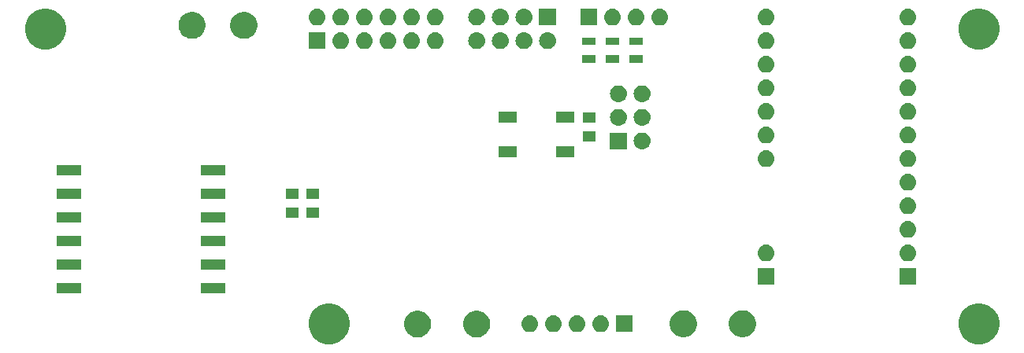
<source format=gbr>
G04 #@! TF.GenerationSoftware,KiCad,Pcbnew,(5.1.4)-1*
G04 #@! TF.CreationDate,2020-11-02T02:01:27-05:00*
G04 #@! TF.ProjectId,remote_racing_pcb,72656d6f-7465-45f7-9261-63696e675f70,rev?*
G04 #@! TF.SameCoordinates,Original*
G04 #@! TF.FileFunction,Soldermask,Top*
G04 #@! TF.FilePolarity,Negative*
%FSLAX46Y46*%
G04 Gerber Fmt 4.6, Leading zero omitted, Abs format (unit mm)*
G04 Created by KiCad (PCBNEW (5.1.4)-1) date 2020-11-02 02:01:27*
%MOMM*%
%LPD*%
G04 APERTURE LIST*
%ADD10C,0.100000*%
G04 APERTURE END LIST*
D10*
G36*
X192412007Y-117263582D02*
G01*
X192812563Y-117429498D01*
X192812565Y-117429499D01*
X193173056Y-117670371D01*
X193479629Y-117976944D01*
X193688094Y-118288935D01*
X193720502Y-118337437D01*
X193886418Y-118737993D01*
X193971000Y-119163219D01*
X193971000Y-119596781D01*
X193886418Y-120022007D01*
X193720502Y-120422563D01*
X193720501Y-120422565D01*
X193479629Y-120783056D01*
X193173056Y-121089629D01*
X192812565Y-121330501D01*
X192812564Y-121330502D01*
X192812563Y-121330502D01*
X192412007Y-121496418D01*
X191986781Y-121581000D01*
X191553219Y-121581000D01*
X191127993Y-121496418D01*
X190727437Y-121330502D01*
X190727436Y-121330502D01*
X190727435Y-121330501D01*
X190366944Y-121089629D01*
X190060371Y-120783056D01*
X189819499Y-120422565D01*
X189819498Y-120422563D01*
X189653582Y-120022007D01*
X189569000Y-119596781D01*
X189569000Y-119163219D01*
X189653582Y-118737993D01*
X189819498Y-118337437D01*
X189851906Y-118288935D01*
X190060371Y-117976944D01*
X190366944Y-117670371D01*
X190727435Y-117429499D01*
X190727437Y-117429498D01*
X191127993Y-117263582D01*
X191553219Y-117179000D01*
X191986781Y-117179000D01*
X192412007Y-117263582D01*
X192412007Y-117263582D01*
G37*
G36*
X122562007Y-117263582D02*
G01*
X122962563Y-117429498D01*
X122962565Y-117429499D01*
X123323056Y-117670371D01*
X123629629Y-117976944D01*
X123838094Y-118288935D01*
X123870502Y-118337437D01*
X124036418Y-118737993D01*
X124121000Y-119163219D01*
X124121000Y-119596781D01*
X124036418Y-120022007D01*
X123870502Y-120422563D01*
X123870501Y-120422565D01*
X123629629Y-120783056D01*
X123323056Y-121089629D01*
X122962565Y-121330501D01*
X122962564Y-121330502D01*
X122962563Y-121330502D01*
X122562007Y-121496418D01*
X122136781Y-121581000D01*
X121703219Y-121581000D01*
X121277993Y-121496418D01*
X120877437Y-121330502D01*
X120877436Y-121330502D01*
X120877435Y-121330501D01*
X120516944Y-121089629D01*
X120210371Y-120783056D01*
X119969499Y-120422565D01*
X119969498Y-120422563D01*
X119803582Y-120022007D01*
X119719000Y-119596781D01*
X119719000Y-119163219D01*
X119803582Y-118737993D01*
X119969498Y-118337437D01*
X120001906Y-118288935D01*
X120210371Y-117976944D01*
X120516944Y-117670371D01*
X120877435Y-117429499D01*
X120877437Y-117429498D01*
X121277993Y-117263582D01*
X121703219Y-117179000D01*
X122136781Y-117179000D01*
X122562007Y-117263582D01*
X122562007Y-117263582D01*
G37*
G36*
X138218241Y-118020760D02*
G01*
X138482305Y-118130139D01*
X138719958Y-118288934D01*
X138922066Y-118491042D01*
X139080861Y-118728695D01*
X139190240Y-118992759D01*
X139246000Y-119273088D01*
X139246000Y-119558912D01*
X139190240Y-119839241D01*
X139080861Y-120103305D01*
X138922066Y-120340958D01*
X138719958Y-120543066D01*
X138482305Y-120701861D01*
X138218241Y-120811240D01*
X137937912Y-120867000D01*
X137652088Y-120867000D01*
X137371759Y-120811240D01*
X137107695Y-120701861D01*
X136870042Y-120543066D01*
X136667934Y-120340958D01*
X136509139Y-120103305D01*
X136399760Y-119839241D01*
X136344000Y-119558912D01*
X136344000Y-119273088D01*
X136399760Y-118992759D01*
X136509139Y-118728695D01*
X136667934Y-118491042D01*
X136870042Y-118288934D01*
X137107695Y-118130139D01*
X137371759Y-118020760D01*
X137652088Y-117965000D01*
X137937912Y-117965000D01*
X138218241Y-118020760D01*
X138218241Y-118020760D01*
G37*
G36*
X131868241Y-118020760D02*
G01*
X132132305Y-118130139D01*
X132369958Y-118288934D01*
X132572066Y-118491042D01*
X132730861Y-118728695D01*
X132840240Y-118992759D01*
X132896000Y-119273088D01*
X132896000Y-119558912D01*
X132840240Y-119839241D01*
X132730861Y-120103305D01*
X132572066Y-120340958D01*
X132369958Y-120543066D01*
X132132305Y-120701861D01*
X131868241Y-120811240D01*
X131587912Y-120867000D01*
X131302088Y-120867000D01*
X131021759Y-120811240D01*
X130757695Y-120701861D01*
X130520042Y-120543066D01*
X130317934Y-120340958D01*
X130159139Y-120103305D01*
X130049760Y-119839241D01*
X129994000Y-119558912D01*
X129994000Y-119273088D01*
X130049760Y-118992759D01*
X130159139Y-118728695D01*
X130317934Y-118491042D01*
X130520042Y-118288934D01*
X130757695Y-118130139D01*
X131021759Y-118020760D01*
X131302088Y-117965000D01*
X131587912Y-117965000D01*
X131868241Y-118020760D01*
X131868241Y-118020760D01*
G37*
G36*
X160443241Y-117984760D02*
G01*
X160707305Y-118094139D01*
X160944958Y-118252934D01*
X161147066Y-118455042D01*
X161305861Y-118692695D01*
X161415240Y-118956759D01*
X161471000Y-119237088D01*
X161471000Y-119522912D01*
X161415240Y-119803241D01*
X161305861Y-120067305D01*
X161147066Y-120304958D01*
X160944958Y-120507066D01*
X160707305Y-120665861D01*
X160443241Y-120775240D01*
X160162912Y-120831000D01*
X159877088Y-120831000D01*
X159596759Y-120775240D01*
X159332695Y-120665861D01*
X159095042Y-120507066D01*
X158892934Y-120304958D01*
X158734139Y-120067305D01*
X158624760Y-119803241D01*
X158569000Y-119522912D01*
X158569000Y-119237088D01*
X158624760Y-118956759D01*
X158734139Y-118692695D01*
X158892934Y-118455042D01*
X159095042Y-118252934D01*
X159332695Y-118094139D01*
X159596759Y-117984760D01*
X159877088Y-117929000D01*
X160162912Y-117929000D01*
X160443241Y-117984760D01*
X160443241Y-117984760D01*
G37*
G36*
X166793241Y-117984760D02*
G01*
X167057305Y-118094139D01*
X167294958Y-118252934D01*
X167497066Y-118455042D01*
X167655861Y-118692695D01*
X167765240Y-118956759D01*
X167821000Y-119237088D01*
X167821000Y-119522912D01*
X167765240Y-119803241D01*
X167655861Y-120067305D01*
X167497066Y-120304958D01*
X167294958Y-120507066D01*
X167057305Y-120665861D01*
X166793241Y-120775240D01*
X166512912Y-120831000D01*
X166227088Y-120831000D01*
X165946759Y-120775240D01*
X165682695Y-120665861D01*
X165445042Y-120507066D01*
X165242934Y-120304958D01*
X165084139Y-120067305D01*
X164974760Y-119803241D01*
X164919000Y-119522912D01*
X164919000Y-119237088D01*
X164974760Y-118956759D01*
X165084139Y-118692695D01*
X165242934Y-118455042D01*
X165445042Y-118252934D01*
X165682695Y-118094139D01*
X165946759Y-117984760D01*
X166227088Y-117929000D01*
X166512912Y-117929000D01*
X166793241Y-117984760D01*
X166793241Y-117984760D01*
G37*
G36*
X151240442Y-118485518D02*
G01*
X151306627Y-118492037D01*
X151476466Y-118543557D01*
X151632991Y-118627222D01*
X151668729Y-118656552D01*
X151770186Y-118739814D01*
X151853448Y-118841271D01*
X151882778Y-118877009D01*
X151966443Y-119033534D01*
X152017963Y-119203373D01*
X152035359Y-119380000D01*
X152017963Y-119556627D01*
X151966443Y-119726466D01*
X151882778Y-119882991D01*
X151853448Y-119918729D01*
X151770186Y-120020186D01*
X151668904Y-120103305D01*
X151632991Y-120132778D01*
X151476466Y-120216443D01*
X151306627Y-120267963D01*
X151240442Y-120274482D01*
X151174260Y-120281000D01*
X151085740Y-120281000D01*
X151019558Y-120274482D01*
X150953373Y-120267963D01*
X150783534Y-120216443D01*
X150627009Y-120132778D01*
X150591096Y-120103305D01*
X150489814Y-120020186D01*
X150406552Y-119918729D01*
X150377222Y-119882991D01*
X150293557Y-119726466D01*
X150242037Y-119556627D01*
X150224641Y-119380000D01*
X150242037Y-119203373D01*
X150293557Y-119033534D01*
X150377222Y-118877009D01*
X150406552Y-118841271D01*
X150489814Y-118739814D01*
X150591271Y-118656552D01*
X150627009Y-118627222D01*
X150783534Y-118543557D01*
X150953373Y-118492037D01*
X151019558Y-118485518D01*
X151085740Y-118479000D01*
X151174260Y-118479000D01*
X151240442Y-118485518D01*
X151240442Y-118485518D01*
G37*
G36*
X148700442Y-118485518D02*
G01*
X148766627Y-118492037D01*
X148936466Y-118543557D01*
X149092991Y-118627222D01*
X149128729Y-118656552D01*
X149230186Y-118739814D01*
X149313448Y-118841271D01*
X149342778Y-118877009D01*
X149426443Y-119033534D01*
X149477963Y-119203373D01*
X149495359Y-119380000D01*
X149477963Y-119556627D01*
X149426443Y-119726466D01*
X149342778Y-119882991D01*
X149313448Y-119918729D01*
X149230186Y-120020186D01*
X149128904Y-120103305D01*
X149092991Y-120132778D01*
X148936466Y-120216443D01*
X148766627Y-120267963D01*
X148700442Y-120274482D01*
X148634260Y-120281000D01*
X148545740Y-120281000D01*
X148479558Y-120274482D01*
X148413373Y-120267963D01*
X148243534Y-120216443D01*
X148087009Y-120132778D01*
X148051096Y-120103305D01*
X147949814Y-120020186D01*
X147866552Y-119918729D01*
X147837222Y-119882991D01*
X147753557Y-119726466D01*
X147702037Y-119556627D01*
X147684641Y-119380000D01*
X147702037Y-119203373D01*
X147753557Y-119033534D01*
X147837222Y-118877009D01*
X147866552Y-118841271D01*
X147949814Y-118739814D01*
X148051271Y-118656552D01*
X148087009Y-118627222D01*
X148243534Y-118543557D01*
X148413373Y-118492037D01*
X148479558Y-118485518D01*
X148545740Y-118479000D01*
X148634260Y-118479000D01*
X148700442Y-118485518D01*
X148700442Y-118485518D01*
G37*
G36*
X146160442Y-118485518D02*
G01*
X146226627Y-118492037D01*
X146396466Y-118543557D01*
X146552991Y-118627222D01*
X146588729Y-118656552D01*
X146690186Y-118739814D01*
X146773448Y-118841271D01*
X146802778Y-118877009D01*
X146886443Y-119033534D01*
X146937963Y-119203373D01*
X146955359Y-119380000D01*
X146937963Y-119556627D01*
X146886443Y-119726466D01*
X146802778Y-119882991D01*
X146773448Y-119918729D01*
X146690186Y-120020186D01*
X146588904Y-120103305D01*
X146552991Y-120132778D01*
X146396466Y-120216443D01*
X146226627Y-120267963D01*
X146160442Y-120274482D01*
X146094260Y-120281000D01*
X146005740Y-120281000D01*
X145939558Y-120274482D01*
X145873373Y-120267963D01*
X145703534Y-120216443D01*
X145547009Y-120132778D01*
X145511096Y-120103305D01*
X145409814Y-120020186D01*
X145326552Y-119918729D01*
X145297222Y-119882991D01*
X145213557Y-119726466D01*
X145162037Y-119556627D01*
X145144641Y-119380000D01*
X145162037Y-119203373D01*
X145213557Y-119033534D01*
X145297222Y-118877009D01*
X145326552Y-118841271D01*
X145409814Y-118739814D01*
X145511271Y-118656552D01*
X145547009Y-118627222D01*
X145703534Y-118543557D01*
X145873373Y-118492037D01*
X145939558Y-118485518D01*
X146005740Y-118479000D01*
X146094260Y-118479000D01*
X146160442Y-118485518D01*
X146160442Y-118485518D01*
G37*
G36*
X143620442Y-118485518D02*
G01*
X143686627Y-118492037D01*
X143856466Y-118543557D01*
X144012991Y-118627222D01*
X144048729Y-118656552D01*
X144150186Y-118739814D01*
X144233448Y-118841271D01*
X144262778Y-118877009D01*
X144346443Y-119033534D01*
X144397963Y-119203373D01*
X144415359Y-119380000D01*
X144397963Y-119556627D01*
X144346443Y-119726466D01*
X144262778Y-119882991D01*
X144233448Y-119918729D01*
X144150186Y-120020186D01*
X144048904Y-120103305D01*
X144012991Y-120132778D01*
X143856466Y-120216443D01*
X143686627Y-120267963D01*
X143620442Y-120274482D01*
X143554260Y-120281000D01*
X143465740Y-120281000D01*
X143399558Y-120274482D01*
X143333373Y-120267963D01*
X143163534Y-120216443D01*
X143007009Y-120132778D01*
X142971096Y-120103305D01*
X142869814Y-120020186D01*
X142786552Y-119918729D01*
X142757222Y-119882991D01*
X142673557Y-119726466D01*
X142622037Y-119556627D01*
X142604641Y-119380000D01*
X142622037Y-119203373D01*
X142673557Y-119033534D01*
X142757222Y-118877009D01*
X142786552Y-118841271D01*
X142869814Y-118739814D01*
X142971271Y-118656552D01*
X143007009Y-118627222D01*
X143163534Y-118543557D01*
X143333373Y-118492037D01*
X143399558Y-118485518D01*
X143465740Y-118479000D01*
X143554260Y-118479000D01*
X143620442Y-118485518D01*
X143620442Y-118485518D01*
G37*
G36*
X154571000Y-120281000D02*
G01*
X152769000Y-120281000D01*
X152769000Y-118479000D01*
X154571000Y-118479000D01*
X154571000Y-120281000D01*
X154571000Y-120281000D01*
G37*
G36*
X110781000Y-116121000D02*
G01*
X108179000Y-116121000D01*
X108179000Y-115019000D01*
X110781000Y-115019000D01*
X110781000Y-116121000D01*
X110781000Y-116121000D01*
G37*
G36*
X95281000Y-116121000D02*
G01*
X92679000Y-116121000D01*
X92679000Y-115019000D01*
X95281000Y-115019000D01*
X95281000Y-116121000D01*
X95281000Y-116121000D01*
G37*
G36*
X185051000Y-115201000D02*
G01*
X183249000Y-115201000D01*
X183249000Y-113399000D01*
X185051000Y-113399000D01*
X185051000Y-115201000D01*
X185051000Y-115201000D01*
G37*
G36*
X169811000Y-115201000D02*
G01*
X168009000Y-115201000D01*
X168009000Y-113399000D01*
X169811000Y-113399000D01*
X169811000Y-115201000D01*
X169811000Y-115201000D01*
G37*
G36*
X110781000Y-113581000D02*
G01*
X108179000Y-113581000D01*
X108179000Y-112479000D01*
X110781000Y-112479000D01*
X110781000Y-113581000D01*
X110781000Y-113581000D01*
G37*
G36*
X95281000Y-113581000D02*
G01*
X92679000Y-113581000D01*
X92679000Y-112479000D01*
X95281000Y-112479000D01*
X95281000Y-113581000D01*
X95281000Y-113581000D01*
G37*
G36*
X169020442Y-110865518D02*
G01*
X169086627Y-110872037D01*
X169256466Y-110923557D01*
X169412991Y-111007222D01*
X169448729Y-111036552D01*
X169550186Y-111119814D01*
X169633448Y-111221271D01*
X169662778Y-111257009D01*
X169746443Y-111413534D01*
X169797963Y-111583373D01*
X169815359Y-111760000D01*
X169797963Y-111936627D01*
X169746443Y-112106466D01*
X169662778Y-112262991D01*
X169633448Y-112298729D01*
X169550186Y-112400186D01*
X169454149Y-112479000D01*
X169412991Y-112512778D01*
X169256466Y-112596443D01*
X169086627Y-112647963D01*
X169020442Y-112654482D01*
X168954260Y-112661000D01*
X168865740Y-112661000D01*
X168799558Y-112654482D01*
X168733373Y-112647963D01*
X168563534Y-112596443D01*
X168407009Y-112512778D01*
X168365851Y-112479000D01*
X168269814Y-112400186D01*
X168186552Y-112298729D01*
X168157222Y-112262991D01*
X168073557Y-112106466D01*
X168022037Y-111936627D01*
X168004641Y-111760000D01*
X168022037Y-111583373D01*
X168073557Y-111413534D01*
X168157222Y-111257009D01*
X168186552Y-111221271D01*
X168269814Y-111119814D01*
X168371271Y-111036552D01*
X168407009Y-111007222D01*
X168563534Y-110923557D01*
X168733373Y-110872037D01*
X168799558Y-110865518D01*
X168865740Y-110859000D01*
X168954260Y-110859000D01*
X169020442Y-110865518D01*
X169020442Y-110865518D01*
G37*
G36*
X184260442Y-110865518D02*
G01*
X184326627Y-110872037D01*
X184496466Y-110923557D01*
X184652991Y-111007222D01*
X184688729Y-111036552D01*
X184790186Y-111119814D01*
X184873448Y-111221271D01*
X184902778Y-111257009D01*
X184986443Y-111413534D01*
X185037963Y-111583373D01*
X185055359Y-111760000D01*
X185037963Y-111936627D01*
X184986443Y-112106466D01*
X184902778Y-112262991D01*
X184873448Y-112298729D01*
X184790186Y-112400186D01*
X184694149Y-112479000D01*
X184652991Y-112512778D01*
X184496466Y-112596443D01*
X184326627Y-112647963D01*
X184260442Y-112654482D01*
X184194260Y-112661000D01*
X184105740Y-112661000D01*
X184039558Y-112654482D01*
X183973373Y-112647963D01*
X183803534Y-112596443D01*
X183647009Y-112512778D01*
X183605851Y-112479000D01*
X183509814Y-112400186D01*
X183426552Y-112298729D01*
X183397222Y-112262991D01*
X183313557Y-112106466D01*
X183262037Y-111936627D01*
X183244641Y-111760000D01*
X183262037Y-111583373D01*
X183313557Y-111413534D01*
X183397222Y-111257009D01*
X183426552Y-111221271D01*
X183509814Y-111119814D01*
X183611271Y-111036552D01*
X183647009Y-111007222D01*
X183803534Y-110923557D01*
X183973373Y-110872037D01*
X184039558Y-110865518D01*
X184105740Y-110859000D01*
X184194260Y-110859000D01*
X184260442Y-110865518D01*
X184260442Y-110865518D01*
G37*
G36*
X95281000Y-111041000D02*
G01*
X92679000Y-111041000D01*
X92679000Y-109939000D01*
X95281000Y-109939000D01*
X95281000Y-111041000D01*
X95281000Y-111041000D01*
G37*
G36*
X110781000Y-111041000D02*
G01*
X108179000Y-111041000D01*
X108179000Y-109939000D01*
X110781000Y-109939000D01*
X110781000Y-111041000D01*
X110781000Y-111041000D01*
G37*
G36*
X184260443Y-108325519D02*
G01*
X184326627Y-108332037D01*
X184496466Y-108383557D01*
X184652991Y-108467222D01*
X184688729Y-108496552D01*
X184790186Y-108579814D01*
X184873448Y-108681271D01*
X184902778Y-108717009D01*
X184986443Y-108873534D01*
X185037963Y-109043373D01*
X185055359Y-109220000D01*
X185037963Y-109396627D01*
X184986443Y-109566466D01*
X184902778Y-109722991D01*
X184873448Y-109758729D01*
X184790186Y-109860186D01*
X184694149Y-109939000D01*
X184652991Y-109972778D01*
X184496466Y-110056443D01*
X184326627Y-110107963D01*
X184260443Y-110114481D01*
X184194260Y-110121000D01*
X184105740Y-110121000D01*
X184039557Y-110114481D01*
X183973373Y-110107963D01*
X183803534Y-110056443D01*
X183647009Y-109972778D01*
X183605851Y-109939000D01*
X183509814Y-109860186D01*
X183426552Y-109758729D01*
X183397222Y-109722991D01*
X183313557Y-109566466D01*
X183262037Y-109396627D01*
X183244641Y-109220000D01*
X183262037Y-109043373D01*
X183313557Y-108873534D01*
X183397222Y-108717009D01*
X183426552Y-108681271D01*
X183509814Y-108579814D01*
X183611271Y-108496552D01*
X183647009Y-108467222D01*
X183803534Y-108383557D01*
X183973373Y-108332037D01*
X184039557Y-108325519D01*
X184105740Y-108319000D01*
X184194260Y-108319000D01*
X184260443Y-108325519D01*
X184260443Y-108325519D01*
G37*
G36*
X95281000Y-108501000D02*
G01*
X92679000Y-108501000D01*
X92679000Y-107399000D01*
X95281000Y-107399000D01*
X95281000Y-108501000D01*
X95281000Y-108501000D01*
G37*
G36*
X110781000Y-108501000D02*
G01*
X108179000Y-108501000D01*
X108179000Y-107399000D01*
X110781000Y-107399000D01*
X110781000Y-108501000D01*
X110781000Y-108501000D01*
G37*
G36*
X120818000Y-107977000D02*
G01*
X119466000Y-107977000D01*
X119466000Y-106875000D01*
X120818000Y-106875000D01*
X120818000Y-107977000D01*
X120818000Y-107977000D01*
G37*
G36*
X118659000Y-107977000D02*
G01*
X117307000Y-107977000D01*
X117307000Y-106875000D01*
X118659000Y-106875000D01*
X118659000Y-107977000D01*
X118659000Y-107977000D01*
G37*
G36*
X184260443Y-105785519D02*
G01*
X184326627Y-105792037D01*
X184496466Y-105843557D01*
X184652991Y-105927222D01*
X184688729Y-105956552D01*
X184790186Y-106039814D01*
X184873448Y-106141271D01*
X184902778Y-106177009D01*
X184986443Y-106333534D01*
X185037963Y-106503373D01*
X185055359Y-106680000D01*
X185037963Y-106856627D01*
X184986443Y-107026466D01*
X184902778Y-107182991D01*
X184873448Y-107218729D01*
X184790186Y-107320186D01*
X184694149Y-107399000D01*
X184652991Y-107432778D01*
X184496466Y-107516443D01*
X184326627Y-107567963D01*
X184260443Y-107574481D01*
X184194260Y-107581000D01*
X184105740Y-107581000D01*
X184039557Y-107574481D01*
X183973373Y-107567963D01*
X183803534Y-107516443D01*
X183647009Y-107432778D01*
X183605851Y-107399000D01*
X183509814Y-107320186D01*
X183426552Y-107218729D01*
X183397222Y-107182991D01*
X183313557Y-107026466D01*
X183262037Y-106856627D01*
X183244641Y-106680000D01*
X183262037Y-106503373D01*
X183313557Y-106333534D01*
X183397222Y-106177009D01*
X183426552Y-106141271D01*
X183509814Y-106039814D01*
X183611271Y-105956552D01*
X183647009Y-105927222D01*
X183803534Y-105843557D01*
X183973373Y-105792037D01*
X184039557Y-105785519D01*
X184105740Y-105779000D01*
X184194260Y-105779000D01*
X184260443Y-105785519D01*
X184260443Y-105785519D01*
G37*
G36*
X120818000Y-105977000D02*
G01*
X119466000Y-105977000D01*
X119466000Y-104875000D01*
X120818000Y-104875000D01*
X120818000Y-105977000D01*
X120818000Y-105977000D01*
G37*
G36*
X118659000Y-105977000D02*
G01*
X117307000Y-105977000D01*
X117307000Y-104875000D01*
X118659000Y-104875000D01*
X118659000Y-105977000D01*
X118659000Y-105977000D01*
G37*
G36*
X110781000Y-105961000D02*
G01*
X108179000Y-105961000D01*
X108179000Y-104859000D01*
X110781000Y-104859000D01*
X110781000Y-105961000D01*
X110781000Y-105961000D01*
G37*
G36*
X95281000Y-105961000D02*
G01*
X92679000Y-105961000D01*
X92679000Y-104859000D01*
X95281000Y-104859000D01*
X95281000Y-105961000D01*
X95281000Y-105961000D01*
G37*
G36*
X184260443Y-103245519D02*
G01*
X184326627Y-103252037D01*
X184496466Y-103303557D01*
X184652991Y-103387222D01*
X184688729Y-103416552D01*
X184790186Y-103499814D01*
X184873448Y-103601271D01*
X184902778Y-103637009D01*
X184986443Y-103793534D01*
X185037963Y-103963373D01*
X185055359Y-104140000D01*
X185037963Y-104316627D01*
X184986443Y-104486466D01*
X184902778Y-104642991D01*
X184873448Y-104678729D01*
X184790186Y-104780186D01*
X184694149Y-104859000D01*
X184652991Y-104892778D01*
X184496466Y-104976443D01*
X184326627Y-105027963D01*
X184260442Y-105034482D01*
X184194260Y-105041000D01*
X184105740Y-105041000D01*
X184039557Y-105034481D01*
X183973373Y-105027963D01*
X183803534Y-104976443D01*
X183647009Y-104892778D01*
X183605851Y-104859000D01*
X183509814Y-104780186D01*
X183426552Y-104678729D01*
X183397222Y-104642991D01*
X183313557Y-104486466D01*
X183262037Y-104316627D01*
X183244641Y-104140000D01*
X183262037Y-103963373D01*
X183313557Y-103793534D01*
X183397222Y-103637009D01*
X183426552Y-103601271D01*
X183509814Y-103499814D01*
X183611271Y-103416552D01*
X183647009Y-103387222D01*
X183803534Y-103303557D01*
X183973373Y-103252037D01*
X184039558Y-103245518D01*
X184105740Y-103239000D01*
X184194260Y-103239000D01*
X184260443Y-103245519D01*
X184260443Y-103245519D01*
G37*
G36*
X110781000Y-103421000D02*
G01*
X108179000Y-103421000D01*
X108179000Y-102319000D01*
X110781000Y-102319000D01*
X110781000Y-103421000D01*
X110781000Y-103421000D01*
G37*
G36*
X95281000Y-103421000D02*
G01*
X92679000Y-103421000D01*
X92679000Y-102319000D01*
X95281000Y-102319000D01*
X95281000Y-103421000D01*
X95281000Y-103421000D01*
G37*
G36*
X184260443Y-100705519D02*
G01*
X184326627Y-100712037D01*
X184496466Y-100763557D01*
X184652991Y-100847222D01*
X184688729Y-100876552D01*
X184790186Y-100959814D01*
X184873448Y-101061271D01*
X184902778Y-101097009D01*
X184986443Y-101253534D01*
X185037963Y-101423373D01*
X185055359Y-101600000D01*
X185037963Y-101776627D01*
X184986443Y-101946466D01*
X184902778Y-102102991D01*
X184873448Y-102138729D01*
X184790186Y-102240186D01*
X184694149Y-102319000D01*
X184652991Y-102352778D01*
X184496466Y-102436443D01*
X184326627Y-102487963D01*
X184260442Y-102494482D01*
X184194260Y-102501000D01*
X184105740Y-102501000D01*
X184039558Y-102494482D01*
X183973373Y-102487963D01*
X183803534Y-102436443D01*
X183647009Y-102352778D01*
X183605851Y-102319000D01*
X183509814Y-102240186D01*
X183426552Y-102138729D01*
X183397222Y-102102991D01*
X183313557Y-101946466D01*
X183262037Y-101776627D01*
X183244641Y-101600000D01*
X183262037Y-101423373D01*
X183313557Y-101253534D01*
X183397222Y-101097009D01*
X183426552Y-101061271D01*
X183509814Y-100959814D01*
X183611271Y-100876552D01*
X183647009Y-100847222D01*
X183803534Y-100763557D01*
X183973373Y-100712037D01*
X184039557Y-100705519D01*
X184105740Y-100699000D01*
X184194260Y-100699000D01*
X184260443Y-100705519D01*
X184260443Y-100705519D01*
G37*
G36*
X169020443Y-100705519D02*
G01*
X169086627Y-100712037D01*
X169256466Y-100763557D01*
X169412991Y-100847222D01*
X169448729Y-100876552D01*
X169550186Y-100959814D01*
X169633448Y-101061271D01*
X169662778Y-101097009D01*
X169746443Y-101253534D01*
X169797963Y-101423373D01*
X169815359Y-101600000D01*
X169797963Y-101776627D01*
X169746443Y-101946466D01*
X169662778Y-102102991D01*
X169633448Y-102138729D01*
X169550186Y-102240186D01*
X169454149Y-102319000D01*
X169412991Y-102352778D01*
X169256466Y-102436443D01*
X169086627Y-102487963D01*
X169020442Y-102494482D01*
X168954260Y-102501000D01*
X168865740Y-102501000D01*
X168799558Y-102494482D01*
X168733373Y-102487963D01*
X168563534Y-102436443D01*
X168407009Y-102352778D01*
X168365851Y-102319000D01*
X168269814Y-102240186D01*
X168186552Y-102138729D01*
X168157222Y-102102991D01*
X168073557Y-101946466D01*
X168022037Y-101776627D01*
X168004641Y-101600000D01*
X168022037Y-101423373D01*
X168073557Y-101253534D01*
X168157222Y-101097009D01*
X168186552Y-101061271D01*
X168269814Y-100959814D01*
X168371271Y-100876552D01*
X168407009Y-100847222D01*
X168563534Y-100763557D01*
X168733373Y-100712037D01*
X168799557Y-100705519D01*
X168865740Y-100699000D01*
X168954260Y-100699000D01*
X169020443Y-100705519D01*
X169020443Y-100705519D01*
G37*
G36*
X142071000Y-101456000D02*
G01*
X140169000Y-101456000D01*
X140169000Y-100254000D01*
X142071000Y-100254000D01*
X142071000Y-101456000D01*
X142071000Y-101456000D01*
G37*
G36*
X148271000Y-101456000D02*
G01*
X146369000Y-101456000D01*
X146369000Y-100254000D01*
X148271000Y-100254000D01*
X148271000Y-101456000D01*
X148271000Y-101456000D01*
G37*
G36*
X153936000Y-100596000D02*
G01*
X152134000Y-100596000D01*
X152134000Y-98794000D01*
X153936000Y-98794000D01*
X153936000Y-100596000D01*
X153936000Y-100596000D01*
G37*
G36*
X155685443Y-98800519D02*
G01*
X155751627Y-98807037D01*
X155921466Y-98858557D01*
X156077991Y-98942222D01*
X156113729Y-98971552D01*
X156215186Y-99054814D01*
X156298448Y-99156271D01*
X156327778Y-99192009D01*
X156411443Y-99348534D01*
X156462963Y-99518373D01*
X156480359Y-99695000D01*
X156462963Y-99871627D01*
X156411443Y-100041466D01*
X156327778Y-100197991D01*
X156298448Y-100233729D01*
X156215186Y-100335186D01*
X156113729Y-100418448D01*
X156077991Y-100447778D01*
X155921466Y-100531443D01*
X155751627Y-100582963D01*
X155685443Y-100589481D01*
X155619260Y-100596000D01*
X155530740Y-100596000D01*
X155464557Y-100589481D01*
X155398373Y-100582963D01*
X155228534Y-100531443D01*
X155072009Y-100447778D01*
X155036271Y-100418448D01*
X154934814Y-100335186D01*
X154851552Y-100233729D01*
X154822222Y-100197991D01*
X154738557Y-100041466D01*
X154687037Y-99871627D01*
X154669641Y-99695000D01*
X154687037Y-99518373D01*
X154738557Y-99348534D01*
X154822222Y-99192009D01*
X154851552Y-99156271D01*
X154934814Y-99054814D01*
X155036271Y-98971552D01*
X155072009Y-98942222D01*
X155228534Y-98858557D01*
X155398373Y-98807037D01*
X155464557Y-98800519D01*
X155530740Y-98794000D01*
X155619260Y-98794000D01*
X155685443Y-98800519D01*
X155685443Y-98800519D01*
G37*
G36*
X184260443Y-98165519D02*
G01*
X184326627Y-98172037D01*
X184496466Y-98223557D01*
X184652991Y-98307222D01*
X184688729Y-98336552D01*
X184790186Y-98419814D01*
X184873448Y-98521271D01*
X184902778Y-98557009D01*
X184986443Y-98713534D01*
X185037963Y-98883373D01*
X185055359Y-99060000D01*
X185037963Y-99236627D01*
X184986443Y-99406466D01*
X184902778Y-99562991D01*
X184873448Y-99598729D01*
X184790186Y-99700186D01*
X184688729Y-99783448D01*
X184652991Y-99812778D01*
X184496466Y-99896443D01*
X184326627Y-99947963D01*
X184260443Y-99954481D01*
X184194260Y-99961000D01*
X184105740Y-99961000D01*
X184039557Y-99954481D01*
X183973373Y-99947963D01*
X183803534Y-99896443D01*
X183647009Y-99812778D01*
X183611271Y-99783448D01*
X183509814Y-99700186D01*
X183426552Y-99598729D01*
X183397222Y-99562991D01*
X183313557Y-99406466D01*
X183262037Y-99236627D01*
X183244641Y-99060000D01*
X183262037Y-98883373D01*
X183313557Y-98713534D01*
X183397222Y-98557009D01*
X183426552Y-98521271D01*
X183509814Y-98419814D01*
X183611271Y-98336552D01*
X183647009Y-98307222D01*
X183803534Y-98223557D01*
X183973373Y-98172037D01*
X184039557Y-98165519D01*
X184105740Y-98159000D01*
X184194260Y-98159000D01*
X184260443Y-98165519D01*
X184260443Y-98165519D01*
G37*
G36*
X169020443Y-98165519D02*
G01*
X169086627Y-98172037D01*
X169256466Y-98223557D01*
X169412991Y-98307222D01*
X169448729Y-98336552D01*
X169550186Y-98419814D01*
X169633448Y-98521271D01*
X169662778Y-98557009D01*
X169746443Y-98713534D01*
X169797963Y-98883373D01*
X169815359Y-99060000D01*
X169797963Y-99236627D01*
X169746443Y-99406466D01*
X169662778Y-99562991D01*
X169633448Y-99598729D01*
X169550186Y-99700186D01*
X169448729Y-99783448D01*
X169412991Y-99812778D01*
X169256466Y-99896443D01*
X169086627Y-99947963D01*
X169020443Y-99954481D01*
X168954260Y-99961000D01*
X168865740Y-99961000D01*
X168799557Y-99954481D01*
X168733373Y-99947963D01*
X168563534Y-99896443D01*
X168407009Y-99812778D01*
X168371271Y-99783448D01*
X168269814Y-99700186D01*
X168186552Y-99598729D01*
X168157222Y-99562991D01*
X168073557Y-99406466D01*
X168022037Y-99236627D01*
X168004641Y-99060000D01*
X168022037Y-98883373D01*
X168073557Y-98713534D01*
X168157222Y-98557009D01*
X168186552Y-98521271D01*
X168269814Y-98419814D01*
X168371271Y-98336552D01*
X168407009Y-98307222D01*
X168563534Y-98223557D01*
X168733373Y-98172037D01*
X168799557Y-98165519D01*
X168865740Y-98159000D01*
X168954260Y-98159000D01*
X169020443Y-98165519D01*
X169020443Y-98165519D01*
G37*
G36*
X150536000Y-99722000D02*
G01*
X149184000Y-99722000D01*
X149184000Y-98620000D01*
X150536000Y-98620000D01*
X150536000Y-99722000D01*
X150536000Y-99722000D01*
G37*
G36*
X153145442Y-96260518D02*
G01*
X153211627Y-96267037D01*
X153381466Y-96318557D01*
X153537991Y-96402222D01*
X153573729Y-96431552D01*
X153675186Y-96514814D01*
X153758448Y-96616271D01*
X153787778Y-96652009D01*
X153871443Y-96808534D01*
X153922963Y-96978373D01*
X153940359Y-97155000D01*
X153922963Y-97331627D01*
X153871443Y-97501466D01*
X153787778Y-97657991D01*
X153758448Y-97693729D01*
X153675186Y-97795186D01*
X153573729Y-97878448D01*
X153537991Y-97907778D01*
X153381466Y-97991443D01*
X153211627Y-98042963D01*
X153145443Y-98049481D01*
X153079260Y-98056000D01*
X152990740Y-98056000D01*
X152924557Y-98049481D01*
X152858373Y-98042963D01*
X152688534Y-97991443D01*
X152532009Y-97907778D01*
X152496271Y-97878448D01*
X152394814Y-97795186D01*
X152311552Y-97693729D01*
X152282222Y-97657991D01*
X152198557Y-97501466D01*
X152147037Y-97331627D01*
X152129641Y-97155000D01*
X152147037Y-96978373D01*
X152198557Y-96808534D01*
X152282222Y-96652009D01*
X152311552Y-96616271D01*
X152394814Y-96514814D01*
X152496271Y-96431552D01*
X152532009Y-96402222D01*
X152688534Y-96318557D01*
X152858373Y-96267037D01*
X152924558Y-96260518D01*
X152990740Y-96254000D01*
X153079260Y-96254000D01*
X153145442Y-96260518D01*
X153145442Y-96260518D01*
G37*
G36*
X155685442Y-96260518D02*
G01*
X155751627Y-96267037D01*
X155921466Y-96318557D01*
X156077991Y-96402222D01*
X156113729Y-96431552D01*
X156215186Y-96514814D01*
X156298448Y-96616271D01*
X156327778Y-96652009D01*
X156411443Y-96808534D01*
X156462963Y-96978373D01*
X156480359Y-97155000D01*
X156462963Y-97331627D01*
X156411443Y-97501466D01*
X156327778Y-97657991D01*
X156298448Y-97693729D01*
X156215186Y-97795186D01*
X156113729Y-97878448D01*
X156077991Y-97907778D01*
X155921466Y-97991443D01*
X155751627Y-98042963D01*
X155685443Y-98049481D01*
X155619260Y-98056000D01*
X155530740Y-98056000D01*
X155464557Y-98049481D01*
X155398373Y-98042963D01*
X155228534Y-97991443D01*
X155072009Y-97907778D01*
X155036271Y-97878448D01*
X154934814Y-97795186D01*
X154851552Y-97693729D01*
X154822222Y-97657991D01*
X154738557Y-97501466D01*
X154687037Y-97331627D01*
X154669641Y-97155000D01*
X154687037Y-96978373D01*
X154738557Y-96808534D01*
X154822222Y-96652009D01*
X154851552Y-96616271D01*
X154934814Y-96514814D01*
X155036271Y-96431552D01*
X155072009Y-96402222D01*
X155228534Y-96318557D01*
X155398373Y-96267037D01*
X155464558Y-96260518D01*
X155530740Y-96254000D01*
X155619260Y-96254000D01*
X155685442Y-96260518D01*
X155685442Y-96260518D01*
G37*
G36*
X142071000Y-97756000D02*
G01*
X140169000Y-97756000D01*
X140169000Y-96554000D01*
X142071000Y-96554000D01*
X142071000Y-97756000D01*
X142071000Y-97756000D01*
G37*
G36*
X148271000Y-97756000D02*
G01*
X146369000Y-97756000D01*
X146369000Y-96554000D01*
X148271000Y-96554000D01*
X148271000Y-97756000D01*
X148271000Y-97756000D01*
G37*
G36*
X150536000Y-97722000D02*
G01*
X149184000Y-97722000D01*
X149184000Y-96620000D01*
X150536000Y-96620000D01*
X150536000Y-97722000D01*
X150536000Y-97722000D01*
G37*
G36*
X184260442Y-95625518D02*
G01*
X184326627Y-95632037D01*
X184496466Y-95683557D01*
X184652991Y-95767222D01*
X184688729Y-95796552D01*
X184790186Y-95879814D01*
X184873448Y-95981271D01*
X184902778Y-96017009D01*
X184986443Y-96173534D01*
X185037963Y-96343373D01*
X185055359Y-96520000D01*
X185037963Y-96696627D01*
X184986443Y-96866466D01*
X184902778Y-97022991D01*
X184873448Y-97058729D01*
X184790186Y-97160186D01*
X184688729Y-97243448D01*
X184652991Y-97272778D01*
X184496466Y-97356443D01*
X184326627Y-97407963D01*
X184260442Y-97414482D01*
X184194260Y-97421000D01*
X184105740Y-97421000D01*
X184039558Y-97414482D01*
X183973373Y-97407963D01*
X183803534Y-97356443D01*
X183647009Y-97272778D01*
X183611271Y-97243448D01*
X183509814Y-97160186D01*
X183426552Y-97058729D01*
X183397222Y-97022991D01*
X183313557Y-96866466D01*
X183262037Y-96696627D01*
X183244641Y-96520000D01*
X183262037Y-96343373D01*
X183313557Y-96173534D01*
X183397222Y-96017009D01*
X183426552Y-95981271D01*
X183509814Y-95879814D01*
X183611271Y-95796552D01*
X183647009Y-95767222D01*
X183803534Y-95683557D01*
X183973373Y-95632037D01*
X184039558Y-95625518D01*
X184105740Y-95619000D01*
X184194260Y-95619000D01*
X184260442Y-95625518D01*
X184260442Y-95625518D01*
G37*
G36*
X169020442Y-95625518D02*
G01*
X169086627Y-95632037D01*
X169256466Y-95683557D01*
X169412991Y-95767222D01*
X169448729Y-95796552D01*
X169550186Y-95879814D01*
X169633448Y-95981271D01*
X169662778Y-96017009D01*
X169746443Y-96173534D01*
X169797963Y-96343373D01*
X169815359Y-96520000D01*
X169797963Y-96696627D01*
X169746443Y-96866466D01*
X169662778Y-97022991D01*
X169633448Y-97058729D01*
X169550186Y-97160186D01*
X169448729Y-97243448D01*
X169412991Y-97272778D01*
X169256466Y-97356443D01*
X169086627Y-97407963D01*
X169020442Y-97414482D01*
X168954260Y-97421000D01*
X168865740Y-97421000D01*
X168799558Y-97414482D01*
X168733373Y-97407963D01*
X168563534Y-97356443D01*
X168407009Y-97272778D01*
X168371271Y-97243448D01*
X168269814Y-97160186D01*
X168186552Y-97058729D01*
X168157222Y-97022991D01*
X168073557Y-96866466D01*
X168022037Y-96696627D01*
X168004641Y-96520000D01*
X168022037Y-96343373D01*
X168073557Y-96173534D01*
X168157222Y-96017009D01*
X168186552Y-95981271D01*
X168269814Y-95879814D01*
X168371271Y-95796552D01*
X168407009Y-95767222D01*
X168563534Y-95683557D01*
X168733373Y-95632037D01*
X168799558Y-95625518D01*
X168865740Y-95619000D01*
X168954260Y-95619000D01*
X169020442Y-95625518D01*
X169020442Y-95625518D01*
G37*
G36*
X155685443Y-93720519D02*
G01*
X155751627Y-93727037D01*
X155921466Y-93778557D01*
X156077991Y-93862222D01*
X156113729Y-93891552D01*
X156215186Y-93974814D01*
X156298448Y-94076271D01*
X156327778Y-94112009D01*
X156411443Y-94268534D01*
X156462963Y-94438373D01*
X156480359Y-94615000D01*
X156462963Y-94791627D01*
X156411443Y-94961466D01*
X156327778Y-95117991D01*
X156298448Y-95153729D01*
X156215186Y-95255186D01*
X156113729Y-95338448D01*
X156077991Y-95367778D01*
X155921466Y-95451443D01*
X155751627Y-95502963D01*
X155685443Y-95509481D01*
X155619260Y-95516000D01*
X155530740Y-95516000D01*
X155464557Y-95509481D01*
X155398373Y-95502963D01*
X155228534Y-95451443D01*
X155072009Y-95367778D01*
X155036271Y-95338448D01*
X154934814Y-95255186D01*
X154851552Y-95153729D01*
X154822222Y-95117991D01*
X154738557Y-94961466D01*
X154687037Y-94791627D01*
X154669641Y-94615000D01*
X154687037Y-94438373D01*
X154738557Y-94268534D01*
X154822222Y-94112009D01*
X154851552Y-94076271D01*
X154934814Y-93974814D01*
X155036271Y-93891552D01*
X155072009Y-93862222D01*
X155228534Y-93778557D01*
X155398373Y-93727037D01*
X155464558Y-93720518D01*
X155530740Y-93714000D01*
X155619260Y-93714000D01*
X155685443Y-93720519D01*
X155685443Y-93720519D01*
G37*
G36*
X153145443Y-93720519D02*
G01*
X153211627Y-93727037D01*
X153381466Y-93778557D01*
X153537991Y-93862222D01*
X153573729Y-93891552D01*
X153675186Y-93974814D01*
X153758448Y-94076271D01*
X153787778Y-94112009D01*
X153871443Y-94268534D01*
X153922963Y-94438373D01*
X153940359Y-94615000D01*
X153922963Y-94791627D01*
X153871443Y-94961466D01*
X153787778Y-95117991D01*
X153758448Y-95153729D01*
X153675186Y-95255186D01*
X153573729Y-95338448D01*
X153537991Y-95367778D01*
X153381466Y-95451443D01*
X153211627Y-95502963D01*
X153145443Y-95509481D01*
X153079260Y-95516000D01*
X152990740Y-95516000D01*
X152924557Y-95509481D01*
X152858373Y-95502963D01*
X152688534Y-95451443D01*
X152532009Y-95367778D01*
X152496271Y-95338448D01*
X152394814Y-95255186D01*
X152311552Y-95153729D01*
X152282222Y-95117991D01*
X152198557Y-94961466D01*
X152147037Y-94791627D01*
X152129641Y-94615000D01*
X152147037Y-94438373D01*
X152198557Y-94268534D01*
X152282222Y-94112009D01*
X152311552Y-94076271D01*
X152394814Y-93974814D01*
X152496271Y-93891552D01*
X152532009Y-93862222D01*
X152688534Y-93778557D01*
X152858373Y-93727037D01*
X152924558Y-93720518D01*
X152990740Y-93714000D01*
X153079260Y-93714000D01*
X153145443Y-93720519D01*
X153145443Y-93720519D01*
G37*
G36*
X184260443Y-93085519D02*
G01*
X184326627Y-93092037D01*
X184496466Y-93143557D01*
X184652991Y-93227222D01*
X184688729Y-93256552D01*
X184790186Y-93339814D01*
X184873448Y-93441271D01*
X184902778Y-93477009D01*
X184986443Y-93633534D01*
X185037963Y-93803373D01*
X185055359Y-93980000D01*
X185037963Y-94156627D01*
X184986443Y-94326466D01*
X184902778Y-94482991D01*
X184873448Y-94518729D01*
X184790186Y-94620186D01*
X184688729Y-94703448D01*
X184652991Y-94732778D01*
X184496466Y-94816443D01*
X184326627Y-94867963D01*
X184260443Y-94874481D01*
X184194260Y-94881000D01*
X184105740Y-94881000D01*
X184039557Y-94874481D01*
X183973373Y-94867963D01*
X183803534Y-94816443D01*
X183647009Y-94732778D01*
X183611271Y-94703448D01*
X183509814Y-94620186D01*
X183426552Y-94518729D01*
X183397222Y-94482991D01*
X183313557Y-94326466D01*
X183262037Y-94156627D01*
X183244641Y-93980000D01*
X183262037Y-93803373D01*
X183313557Y-93633534D01*
X183397222Y-93477009D01*
X183426552Y-93441271D01*
X183509814Y-93339814D01*
X183611271Y-93256552D01*
X183647009Y-93227222D01*
X183803534Y-93143557D01*
X183973373Y-93092037D01*
X184039557Y-93085519D01*
X184105740Y-93079000D01*
X184194260Y-93079000D01*
X184260443Y-93085519D01*
X184260443Y-93085519D01*
G37*
G36*
X169020443Y-93085519D02*
G01*
X169086627Y-93092037D01*
X169256466Y-93143557D01*
X169412991Y-93227222D01*
X169448729Y-93256552D01*
X169550186Y-93339814D01*
X169633448Y-93441271D01*
X169662778Y-93477009D01*
X169746443Y-93633534D01*
X169797963Y-93803373D01*
X169815359Y-93980000D01*
X169797963Y-94156627D01*
X169746443Y-94326466D01*
X169662778Y-94482991D01*
X169633448Y-94518729D01*
X169550186Y-94620186D01*
X169448729Y-94703448D01*
X169412991Y-94732778D01*
X169256466Y-94816443D01*
X169086627Y-94867963D01*
X169020443Y-94874481D01*
X168954260Y-94881000D01*
X168865740Y-94881000D01*
X168799557Y-94874481D01*
X168733373Y-94867963D01*
X168563534Y-94816443D01*
X168407009Y-94732778D01*
X168371271Y-94703448D01*
X168269814Y-94620186D01*
X168186552Y-94518729D01*
X168157222Y-94482991D01*
X168073557Y-94326466D01*
X168022037Y-94156627D01*
X168004641Y-93980000D01*
X168022037Y-93803373D01*
X168073557Y-93633534D01*
X168157222Y-93477009D01*
X168186552Y-93441271D01*
X168269814Y-93339814D01*
X168371271Y-93256552D01*
X168407009Y-93227222D01*
X168563534Y-93143557D01*
X168733373Y-93092037D01*
X168799557Y-93085519D01*
X168865740Y-93079000D01*
X168954260Y-93079000D01*
X169020443Y-93085519D01*
X169020443Y-93085519D01*
G37*
G36*
X184260443Y-90545519D02*
G01*
X184326627Y-90552037D01*
X184496466Y-90603557D01*
X184652991Y-90687222D01*
X184688729Y-90716552D01*
X184790186Y-90799814D01*
X184873448Y-90901271D01*
X184902778Y-90937009D01*
X184986443Y-91093534D01*
X185037963Y-91263373D01*
X185055359Y-91440000D01*
X185037963Y-91616627D01*
X184986443Y-91786466D01*
X184902778Y-91942991D01*
X184873448Y-91978729D01*
X184790186Y-92080186D01*
X184688729Y-92163448D01*
X184652991Y-92192778D01*
X184496466Y-92276443D01*
X184326627Y-92327963D01*
X184260443Y-92334481D01*
X184194260Y-92341000D01*
X184105740Y-92341000D01*
X184039557Y-92334481D01*
X183973373Y-92327963D01*
X183803534Y-92276443D01*
X183647009Y-92192778D01*
X183611271Y-92163448D01*
X183509814Y-92080186D01*
X183426552Y-91978729D01*
X183397222Y-91942991D01*
X183313557Y-91786466D01*
X183262037Y-91616627D01*
X183244641Y-91440000D01*
X183262037Y-91263373D01*
X183313557Y-91093534D01*
X183397222Y-90937009D01*
X183426552Y-90901271D01*
X183509814Y-90799814D01*
X183611271Y-90716552D01*
X183647009Y-90687222D01*
X183803534Y-90603557D01*
X183973373Y-90552037D01*
X184039558Y-90545518D01*
X184105740Y-90539000D01*
X184194260Y-90539000D01*
X184260443Y-90545519D01*
X184260443Y-90545519D01*
G37*
G36*
X169020443Y-90545519D02*
G01*
X169086627Y-90552037D01*
X169256466Y-90603557D01*
X169412991Y-90687222D01*
X169448729Y-90716552D01*
X169550186Y-90799814D01*
X169633448Y-90901271D01*
X169662778Y-90937009D01*
X169746443Y-91093534D01*
X169797963Y-91263373D01*
X169815359Y-91440000D01*
X169797963Y-91616627D01*
X169746443Y-91786466D01*
X169662778Y-91942991D01*
X169633448Y-91978729D01*
X169550186Y-92080186D01*
X169448729Y-92163448D01*
X169412991Y-92192778D01*
X169256466Y-92276443D01*
X169086627Y-92327963D01*
X169020443Y-92334481D01*
X168954260Y-92341000D01*
X168865740Y-92341000D01*
X168799557Y-92334481D01*
X168733373Y-92327963D01*
X168563534Y-92276443D01*
X168407009Y-92192778D01*
X168371271Y-92163448D01*
X168269814Y-92080186D01*
X168186552Y-91978729D01*
X168157222Y-91942991D01*
X168073557Y-91786466D01*
X168022037Y-91616627D01*
X168004641Y-91440000D01*
X168022037Y-91263373D01*
X168073557Y-91093534D01*
X168157222Y-90937009D01*
X168186552Y-90901271D01*
X168269814Y-90799814D01*
X168371271Y-90716552D01*
X168407009Y-90687222D01*
X168563534Y-90603557D01*
X168733373Y-90552037D01*
X168799558Y-90545518D01*
X168865740Y-90539000D01*
X168954260Y-90539000D01*
X169020443Y-90545519D01*
X169020443Y-90545519D01*
G37*
G36*
X155641000Y-91267000D02*
G01*
X154239000Y-91267000D01*
X154239000Y-90465000D01*
X155641000Y-90465000D01*
X155641000Y-91267000D01*
X155641000Y-91267000D01*
G37*
G36*
X150561000Y-91267000D02*
G01*
X149159000Y-91267000D01*
X149159000Y-90465000D01*
X150561000Y-90465000D01*
X150561000Y-91267000D01*
X150561000Y-91267000D01*
G37*
G36*
X153101000Y-91267000D02*
G01*
X151699000Y-91267000D01*
X151699000Y-90465000D01*
X153101000Y-90465000D01*
X153101000Y-91267000D01*
X153101000Y-91267000D01*
G37*
G36*
X92082007Y-85513582D02*
G01*
X92482563Y-85679498D01*
X92482565Y-85679499D01*
X92843056Y-85920371D01*
X93149629Y-86226944D01*
X93356551Y-86536625D01*
X93390502Y-86587437D01*
X93556418Y-86987993D01*
X93641000Y-87413219D01*
X93641000Y-87846781D01*
X93556418Y-88272007D01*
X93435056Y-88565000D01*
X93390501Y-88672565D01*
X93149629Y-89033056D01*
X92843056Y-89339629D01*
X92482565Y-89580501D01*
X92482564Y-89580502D01*
X92482563Y-89580502D01*
X92082007Y-89746418D01*
X91656781Y-89831000D01*
X91223219Y-89831000D01*
X90797993Y-89746418D01*
X90397437Y-89580502D01*
X90397436Y-89580502D01*
X90397435Y-89580501D01*
X90036944Y-89339629D01*
X89730371Y-89033056D01*
X89489499Y-88672565D01*
X89444944Y-88565000D01*
X89323582Y-88272007D01*
X89239000Y-87846781D01*
X89239000Y-87413219D01*
X89323582Y-86987993D01*
X89489498Y-86587437D01*
X89523449Y-86536625D01*
X89730371Y-86226944D01*
X90036944Y-85920371D01*
X90397435Y-85679499D01*
X90397437Y-85679498D01*
X90797993Y-85513582D01*
X91223219Y-85429000D01*
X91656781Y-85429000D01*
X92082007Y-85513582D01*
X92082007Y-85513582D01*
G37*
G36*
X192412007Y-85513582D02*
G01*
X192812563Y-85679498D01*
X192812565Y-85679499D01*
X193173056Y-85920371D01*
X193479629Y-86226944D01*
X193686551Y-86536625D01*
X193720502Y-86587437D01*
X193886418Y-86987993D01*
X193971000Y-87413219D01*
X193971000Y-87846781D01*
X193886418Y-88272007D01*
X193765056Y-88565000D01*
X193720501Y-88672565D01*
X193479629Y-89033056D01*
X193173056Y-89339629D01*
X192812565Y-89580501D01*
X192812564Y-89580502D01*
X192812563Y-89580502D01*
X192412007Y-89746418D01*
X191986781Y-89831000D01*
X191553219Y-89831000D01*
X191127993Y-89746418D01*
X190727437Y-89580502D01*
X190727436Y-89580502D01*
X190727435Y-89580501D01*
X190366944Y-89339629D01*
X190060371Y-89033056D01*
X189819499Y-88672565D01*
X189774944Y-88565000D01*
X189653582Y-88272007D01*
X189569000Y-87846781D01*
X189569000Y-87413219D01*
X189653582Y-86987993D01*
X189819498Y-86587437D01*
X189853449Y-86536625D01*
X190060371Y-86226944D01*
X190366944Y-85920371D01*
X190727435Y-85679499D01*
X190727437Y-85679498D01*
X191127993Y-85513582D01*
X191553219Y-85429000D01*
X191986781Y-85429000D01*
X192412007Y-85513582D01*
X192412007Y-85513582D01*
G37*
G36*
X169020443Y-88005519D02*
G01*
X169086627Y-88012037D01*
X169256466Y-88063557D01*
X169412991Y-88147222D01*
X169445569Y-88173958D01*
X169550186Y-88259814D01*
X169633448Y-88361271D01*
X169662778Y-88397009D01*
X169662779Y-88397011D01*
X169736462Y-88534860D01*
X169746443Y-88553534D01*
X169797963Y-88723373D01*
X169815359Y-88900000D01*
X169797963Y-89076627D01*
X169746443Y-89246466D01*
X169662778Y-89402991D01*
X169633448Y-89438729D01*
X169550186Y-89540186D01*
X169448729Y-89623448D01*
X169412991Y-89652778D01*
X169256466Y-89736443D01*
X169086627Y-89787963D01*
X169020443Y-89794481D01*
X168954260Y-89801000D01*
X168865740Y-89801000D01*
X168799557Y-89794481D01*
X168733373Y-89787963D01*
X168563534Y-89736443D01*
X168407009Y-89652778D01*
X168371271Y-89623448D01*
X168269814Y-89540186D01*
X168186552Y-89438729D01*
X168157222Y-89402991D01*
X168073557Y-89246466D01*
X168022037Y-89076627D01*
X168004641Y-88900000D01*
X168022037Y-88723373D01*
X168073557Y-88553534D01*
X168083539Y-88534860D01*
X168157221Y-88397011D01*
X168157222Y-88397009D01*
X168186552Y-88361271D01*
X168269814Y-88259814D01*
X168374431Y-88173958D01*
X168407009Y-88147222D01*
X168563534Y-88063557D01*
X168733373Y-88012037D01*
X168799557Y-88005519D01*
X168865740Y-87999000D01*
X168954260Y-87999000D01*
X169020443Y-88005519D01*
X169020443Y-88005519D01*
G37*
G36*
X140445443Y-88005519D02*
G01*
X140511627Y-88012037D01*
X140681466Y-88063557D01*
X140837991Y-88147222D01*
X140870569Y-88173958D01*
X140975186Y-88259814D01*
X141058448Y-88361271D01*
X141087778Y-88397009D01*
X141087779Y-88397011D01*
X141161462Y-88534860D01*
X141171443Y-88553534D01*
X141222963Y-88723373D01*
X141240359Y-88900000D01*
X141222963Y-89076627D01*
X141171443Y-89246466D01*
X141087778Y-89402991D01*
X141058448Y-89438729D01*
X140975186Y-89540186D01*
X140873729Y-89623448D01*
X140837991Y-89652778D01*
X140681466Y-89736443D01*
X140511627Y-89787963D01*
X140445443Y-89794481D01*
X140379260Y-89801000D01*
X140290740Y-89801000D01*
X140224557Y-89794481D01*
X140158373Y-89787963D01*
X139988534Y-89736443D01*
X139832009Y-89652778D01*
X139796271Y-89623448D01*
X139694814Y-89540186D01*
X139611552Y-89438729D01*
X139582222Y-89402991D01*
X139498557Y-89246466D01*
X139447037Y-89076627D01*
X139429641Y-88900000D01*
X139447037Y-88723373D01*
X139498557Y-88553534D01*
X139508539Y-88534860D01*
X139582221Y-88397011D01*
X139582222Y-88397009D01*
X139611552Y-88361271D01*
X139694814Y-88259814D01*
X139799431Y-88173958D01*
X139832009Y-88147222D01*
X139988534Y-88063557D01*
X140158373Y-88012037D01*
X140224557Y-88005519D01*
X140290740Y-87999000D01*
X140379260Y-87999000D01*
X140445443Y-88005519D01*
X140445443Y-88005519D01*
G37*
G36*
X142985443Y-88005519D02*
G01*
X143051627Y-88012037D01*
X143221466Y-88063557D01*
X143377991Y-88147222D01*
X143410569Y-88173958D01*
X143515186Y-88259814D01*
X143598448Y-88361271D01*
X143627778Y-88397009D01*
X143627779Y-88397011D01*
X143701462Y-88534860D01*
X143711443Y-88553534D01*
X143762963Y-88723373D01*
X143780359Y-88900000D01*
X143762963Y-89076627D01*
X143711443Y-89246466D01*
X143627778Y-89402991D01*
X143598448Y-89438729D01*
X143515186Y-89540186D01*
X143413729Y-89623448D01*
X143377991Y-89652778D01*
X143221466Y-89736443D01*
X143051627Y-89787963D01*
X142985443Y-89794481D01*
X142919260Y-89801000D01*
X142830740Y-89801000D01*
X142764557Y-89794481D01*
X142698373Y-89787963D01*
X142528534Y-89736443D01*
X142372009Y-89652778D01*
X142336271Y-89623448D01*
X142234814Y-89540186D01*
X142151552Y-89438729D01*
X142122222Y-89402991D01*
X142038557Y-89246466D01*
X141987037Y-89076627D01*
X141969641Y-88900000D01*
X141987037Y-88723373D01*
X142038557Y-88553534D01*
X142048539Y-88534860D01*
X142122221Y-88397011D01*
X142122222Y-88397009D01*
X142151552Y-88361271D01*
X142234814Y-88259814D01*
X142339431Y-88173958D01*
X142372009Y-88147222D01*
X142528534Y-88063557D01*
X142698373Y-88012037D01*
X142764557Y-88005519D01*
X142830740Y-87999000D01*
X142919260Y-87999000D01*
X142985443Y-88005519D01*
X142985443Y-88005519D01*
G37*
G36*
X184260443Y-88005519D02*
G01*
X184326627Y-88012037D01*
X184496466Y-88063557D01*
X184652991Y-88147222D01*
X184685569Y-88173958D01*
X184790186Y-88259814D01*
X184873448Y-88361271D01*
X184902778Y-88397009D01*
X184902779Y-88397011D01*
X184976462Y-88534860D01*
X184986443Y-88553534D01*
X185037963Y-88723373D01*
X185055359Y-88900000D01*
X185037963Y-89076627D01*
X184986443Y-89246466D01*
X184902778Y-89402991D01*
X184873448Y-89438729D01*
X184790186Y-89540186D01*
X184688729Y-89623448D01*
X184652991Y-89652778D01*
X184496466Y-89736443D01*
X184326627Y-89787963D01*
X184260443Y-89794481D01*
X184194260Y-89801000D01*
X184105740Y-89801000D01*
X184039557Y-89794481D01*
X183973373Y-89787963D01*
X183803534Y-89736443D01*
X183647009Y-89652778D01*
X183611271Y-89623448D01*
X183509814Y-89540186D01*
X183426552Y-89438729D01*
X183397222Y-89402991D01*
X183313557Y-89246466D01*
X183262037Y-89076627D01*
X183244641Y-88900000D01*
X183262037Y-88723373D01*
X183313557Y-88553534D01*
X183323539Y-88534860D01*
X183397221Y-88397011D01*
X183397222Y-88397009D01*
X183426552Y-88361271D01*
X183509814Y-88259814D01*
X183614431Y-88173958D01*
X183647009Y-88147222D01*
X183803534Y-88063557D01*
X183973373Y-88012037D01*
X184039558Y-88005518D01*
X184105740Y-87999000D01*
X184194260Y-87999000D01*
X184260443Y-88005519D01*
X184260443Y-88005519D01*
G37*
G36*
X145525443Y-88005519D02*
G01*
X145591627Y-88012037D01*
X145761466Y-88063557D01*
X145917991Y-88147222D01*
X145950569Y-88173958D01*
X146055186Y-88259814D01*
X146138448Y-88361271D01*
X146167778Y-88397009D01*
X146167779Y-88397011D01*
X146241462Y-88534860D01*
X146251443Y-88553534D01*
X146302963Y-88723373D01*
X146320359Y-88900000D01*
X146302963Y-89076627D01*
X146251443Y-89246466D01*
X146167778Y-89402991D01*
X146138448Y-89438729D01*
X146055186Y-89540186D01*
X145953729Y-89623448D01*
X145917991Y-89652778D01*
X145761466Y-89736443D01*
X145591627Y-89787963D01*
X145525443Y-89794481D01*
X145459260Y-89801000D01*
X145370740Y-89801000D01*
X145304557Y-89794481D01*
X145238373Y-89787963D01*
X145068534Y-89736443D01*
X144912009Y-89652778D01*
X144876271Y-89623448D01*
X144774814Y-89540186D01*
X144691552Y-89438729D01*
X144662222Y-89402991D01*
X144578557Y-89246466D01*
X144527037Y-89076627D01*
X144509641Y-88900000D01*
X144527037Y-88723373D01*
X144578557Y-88553534D01*
X144588539Y-88534860D01*
X144662221Y-88397011D01*
X144662222Y-88397009D01*
X144691552Y-88361271D01*
X144774814Y-88259814D01*
X144879431Y-88173958D01*
X144912009Y-88147222D01*
X145068534Y-88063557D01*
X145238373Y-88012037D01*
X145304557Y-88005519D01*
X145370740Y-87999000D01*
X145459260Y-87999000D01*
X145525443Y-88005519D01*
X145525443Y-88005519D01*
G37*
G36*
X137905443Y-88005519D02*
G01*
X137971627Y-88012037D01*
X138141466Y-88063557D01*
X138297991Y-88147222D01*
X138330569Y-88173958D01*
X138435186Y-88259814D01*
X138518448Y-88361271D01*
X138547778Y-88397009D01*
X138547779Y-88397011D01*
X138621462Y-88534860D01*
X138631443Y-88553534D01*
X138682963Y-88723373D01*
X138700359Y-88900000D01*
X138682963Y-89076627D01*
X138631443Y-89246466D01*
X138547778Y-89402991D01*
X138518448Y-89438729D01*
X138435186Y-89540186D01*
X138333729Y-89623448D01*
X138297991Y-89652778D01*
X138141466Y-89736443D01*
X137971627Y-89787963D01*
X137905443Y-89794481D01*
X137839260Y-89801000D01*
X137750740Y-89801000D01*
X137684557Y-89794481D01*
X137618373Y-89787963D01*
X137448534Y-89736443D01*
X137292009Y-89652778D01*
X137256271Y-89623448D01*
X137154814Y-89540186D01*
X137071552Y-89438729D01*
X137042222Y-89402991D01*
X136958557Y-89246466D01*
X136907037Y-89076627D01*
X136889641Y-88900000D01*
X136907037Y-88723373D01*
X136958557Y-88553534D01*
X136968539Y-88534860D01*
X137042221Y-88397011D01*
X137042222Y-88397009D01*
X137071552Y-88361271D01*
X137154814Y-88259814D01*
X137259431Y-88173958D01*
X137292009Y-88147222D01*
X137448534Y-88063557D01*
X137618373Y-88012037D01*
X137684557Y-88005519D01*
X137750740Y-87999000D01*
X137839260Y-87999000D01*
X137905443Y-88005519D01*
X137905443Y-88005519D01*
G37*
G36*
X123300443Y-88005519D02*
G01*
X123366627Y-88012037D01*
X123536466Y-88063557D01*
X123692991Y-88147222D01*
X123725569Y-88173958D01*
X123830186Y-88259814D01*
X123913448Y-88361271D01*
X123942778Y-88397009D01*
X123942779Y-88397011D01*
X124016462Y-88534860D01*
X124026443Y-88553534D01*
X124077963Y-88723373D01*
X124095359Y-88900000D01*
X124077963Y-89076627D01*
X124026443Y-89246466D01*
X123942778Y-89402991D01*
X123913448Y-89438729D01*
X123830186Y-89540186D01*
X123728729Y-89623448D01*
X123692991Y-89652778D01*
X123536466Y-89736443D01*
X123366627Y-89787963D01*
X123300443Y-89794481D01*
X123234260Y-89801000D01*
X123145740Y-89801000D01*
X123079557Y-89794481D01*
X123013373Y-89787963D01*
X122843534Y-89736443D01*
X122687009Y-89652778D01*
X122651271Y-89623448D01*
X122549814Y-89540186D01*
X122466552Y-89438729D01*
X122437222Y-89402991D01*
X122353557Y-89246466D01*
X122302037Y-89076627D01*
X122284641Y-88900000D01*
X122302037Y-88723373D01*
X122353557Y-88553534D01*
X122363539Y-88534860D01*
X122437221Y-88397011D01*
X122437222Y-88397009D01*
X122466552Y-88361271D01*
X122549814Y-88259814D01*
X122654431Y-88173958D01*
X122687009Y-88147222D01*
X122843534Y-88063557D01*
X123013373Y-88012037D01*
X123079557Y-88005519D01*
X123145740Y-87999000D01*
X123234260Y-87999000D01*
X123300443Y-88005519D01*
X123300443Y-88005519D01*
G37*
G36*
X125840443Y-88005519D02*
G01*
X125906627Y-88012037D01*
X126076466Y-88063557D01*
X126232991Y-88147222D01*
X126265569Y-88173958D01*
X126370186Y-88259814D01*
X126453448Y-88361271D01*
X126482778Y-88397009D01*
X126482779Y-88397011D01*
X126556462Y-88534860D01*
X126566443Y-88553534D01*
X126617963Y-88723373D01*
X126635359Y-88900000D01*
X126617963Y-89076627D01*
X126566443Y-89246466D01*
X126482778Y-89402991D01*
X126453448Y-89438729D01*
X126370186Y-89540186D01*
X126268729Y-89623448D01*
X126232991Y-89652778D01*
X126076466Y-89736443D01*
X125906627Y-89787963D01*
X125840443Y-89794481D01*
X125774260Y-89801000D01*
X125685740Y-89801000D01*
X125619557Y-89794481D01*
X125553373Y-89787963D01*
X125383534Y-89736443D01*
X125227009Y-89652778D01*
X125191271Y-89623448D01*
X125089814Y-89540186D01*
X125006552Y-89438729D01*
X124977222Y-89402991D01*
X124893557Y-89246466D01*
X124842037Y-89076627D01*
X124824641Y-88900000D01*
X124842037Y-88723373D01*
X124893557Y-88553534D01*
X124903539Y-88534860D01*
X124977221Y-88397011D01*
X124977222Y-88397009D01*
X125006552Y-88361271D01*
X125089814Y-88259814D01*
X125194431Y-88173958D01*
X125227009Y-88147222D01*
X125383534Y-88063557D01*
X125553373Y-88012037D01*
X125619557Y-88005519D01*
X125685740Y-87999000D01*
X125774260Y-87999000D01*
X125840443Y-88005519D01*
X125840443Y-88005519D01*
G37*
G36*
X128380443Y-88005519D02*
G01*
X128446627Y-88012037D01*
X128616466Y-88063557D01*
X128772991Y-88147222D01*
X128805569Y-88173958D01*
X128910186Y-88259814D01*
X128993448Y-88361271D01*
X129022778Y-88397009D01*
X129022779Y-88397011D01*
X129096462Y-88534860D01*
X129106443Y-88553534D01*
X129157963Y-88723373D01*
X129175359Y-88900000D01*
X129157963Y-89076627D01*
X129106443Y-89246466D01*
X129022778Y-89402991D01*
X128993448Y-89438729D01*
X128910186Y-89540186D01*
X128808729Y-89623448D01*
X128772991Y-89652778D01*
X128616466Y-89736443D01*
X128446627Y-89787963D01*
X128380443Y-89794481D01*
X128314260Y-89801000D01*
X128225740Y-89801000D01*
X128159557Y-89794481D01*
X128093373Y-89787963D01*
X127923534Y-89736443D01*
X127767009Y-89652778D01*
X127731271Y-89623448D01*
X127629814Y-89540186D01*
X127546552Y-89438729D01*
X127517222Y-89402991D01*
X127433557Y-89246466D01*
X127382037Y-89076627D01*
X127364641Y-88900000D01*
X127382037Y-88723373D01*
X127433557Y-88553534D01*
X127443539Y-88534860D01*
X127517221Y-88397011D01*
X127517222Y-88397009D01*
X127546552Y-88361271D01*
X127629814Y-88259814D01*
X127734431Y-88173958D01*
X127767009Y-88147222D01*
X127923534Y-88063557D01*
X128093373Y-88012037D01*
X128159557Y-88005519D01*
X128225740Y-87999000D01*
X128314260Y-87999000D01*
X128380443Y-88005519D01*
X128380443Y-88005519D01*
G37*
G36*
X130920443Y-88005519D02*
G01*
X130986627Y-88012037D01*
X131156466Y-88063557D01*
X131312991Y-88147222D01*
X131345569Y-88173958D01*
X131450186Y-88259814D01*
X131533448Y-88361271D01*
X131562778Y-88397009D01*
X131562779Y-88397011D01*
X131636462Y-88534860D01*
X131646443Y-88553534D01*
X131697963Y-88723373D01*
X131715359Y-88900000D01*
X131697963Y-89076627D01*
X131646443Y-89246466D01*
X131562778Y-89402991D01*
X131533448Y-89438729D01*
X131450186Y-89540186D01*
X131348729Y-89623448D01*
X131312991Y-89652778D01*
X131156466Y-89736443D01*
X130986627Y-89787963D01*
X130920443Y-89794481D01*
X130854260Y-89801000D01*
X130765740Y-89801000D01*
X130699557Y-89794481D01*
X130633373Y-89787963D01*
X130463534Y-89736443D01*
X130307009Y-89652778D01*
X130271271Y-89623448D01*
X130169814Y-89540186D01*
X130086552Y-89438729D01*
X130057222Y-89402991D01*
X129973557Y-89246466D01*
X129922037Y-89076627D01*
X129904641Y-88900000D01*
X129922037Y-88723373D01*
X129973557Y-88553534D01*
X129983539Y-88534860D01*
X130057221Y-88397011D01*
X130057222Y-88397009D01*
X130086552Y-88361271D01*
X130169814Y-88259814D01*
X130274431Y-88173958D01*
X130307009Y-88147222D01*
X130463534Y-88063557D01*
X130633373Y-88012037D01*
X130699557Y-88005519D01*
X130765740Y-87999000D01*
X130854260Y-87999000D01*
X130920443Y-88005519D01*
X130920443Y-88005519D01*
G37*
G36*
X133460443Y-88005519D02*
G01*
X133526627Y-88012037D01*
X133696466Y-88063557D01*
X133852991Y-88147222D01*
X133885569Y-88173958D01*
X133990186Y-88259814D01*
X134073448Y-88361271D01*
X134102778Y-88397009D01*
X134102779Y-88397011D01*
X134176462Y-88534860D01*
X134186443Y-88553534D01*
X134237963Y-88723373D01*
X134255359Y-88900000D01*
X134237963Y-89076627D01*
X134186443Y-89246466D01*
X134102778Y-89402991D01*
X134073448Y-89438729D01*
X133990186Y-89540186D01*
X133888729Y-89623448D01*
X133852991Y-89652778D01*
X133696466Y-89736443D01*
X133526627Y-89787963D01*
X133460443Y-89794481D01*
X133394260Y-89801000D01*
X133305740Y-89801000D01*
X133239557Y-89794481D01*
X133173373Y-89787963D01*
X133003534Y-89736443D01*
X132847009Y-89652778D01*
X132811271Y-89623448D01*
X132709814Y-89540186D01*
X132626552Y-89438729D01*
X132597222Y-89402991D01*
X132513557Y-89246466D01*
X132462037Y-89076627D01*
X132444641Y-88900000D01*
X132462037Y-88723373D01*
X132513557Y-88553534D01*
X132523539Y-88534860D01*
X132597221Y-88397011D01*
X132597222Y-88397009D01*
X132626552Y-88361271D01*
X132709814Y-88259814D01*
X132814431Y-88173958D01*
X132847009Y-88147222D01*
X133003534Y-88063557D01*
X133173373Y-88012037D01*
X133239557Y-88005519D01*
X133305740Y-87999000D01*
X133394260Y-87999000D01*
X133460443Y-88005519D01*
X133460443Y-88005519D01*
G37*
G36*
X121551000Y-89801000D02*
G01*
X119749000Y-89801000D01*
X119749000Y-87999000D01*
X121551000Y-87999000D01*
X121551000Y-89801000D01*
X121551000Y-89801000D01*
G37*
G36*
X150561000Y-89367000D02*
G01*
X149159000Y-89367000D01*
X149159000Y-88565000D01*
X150561000Y-88565000D01*
X150561000Y-89367000D01*
X150561000Y-89367000D01*
G37*
G36*
X153101000Y-89367000D02*
G01*
X151699000Y-89367000D01*
X151699000Y-88565000D01*
X153101000Y-88565000D01*
X153101000Y-89367000D01*
X153101000Y-89367000D01*
G37*
G36*
X155641000Y-89367000D02*
G01*
X154239000Y-89367000D01*
X154239000Y-88565000D01*
X155641000Y-88565000D01*
X155641000Y-89367000D01*
X155641000Y-89367000D01*
G37*
G36*
X113199241Y-85853760D02*
G01*
X113463305Y-85963139D01*
X113700958Y-86121934D01*
X113903066Y-86324042D01*
X114061861Y-86561695D01*
X114171240Y-86825759D01*
X114227000Y-87106088D01*
X114227000Y-87391912D01*
X114171240Y-87672241D01*
X114061861Y-87936305D01*
X113903066Y-88173958D01*
X113700958Y-88376066D01*
X113463305Y-88534861D01*
X113199241Y-88644240D01*
X112918912Y-88700000D01*
X112633088Y-88700000D01*
X112352759Y-88644240D01*
X112088695Y-88534861D01*
X111851042Y-88376066D01*
X111648934Y-88173958D01*
X111490139Y-87936305D01*
X111380760Y-87672241D01*
X111325000Y-87391912D01*
X111325000Y-87106088D01*
X111380760Y-86825759D01*
X111490139Y-86561695D01*
X111648934Y-86324042D01*
X111851042Y-86121934D01*
X112088695Y-85963139D01*
X112352759Y-85853760D01*
X112633088Y-85798000D01*
X112918912Y-85798000D01*
X113199241Y-85853760D01*
X113199241Y-85853760D01*
G37*
G36*
X107629241Y-85853760D02*
G01*
X107893305Y-85963139D01*
X108130958Y-86121934D01*
X108333066Y-86324042D01*
X108491861Y-86561695D01*
X108601240Y-86825759D01*
X108657000Y-87106088D01*
X108657000Y-87391912D01*
X108601240Y-87672241D01*
X108491861Y-87936305D01*
X108333066Y-88173958D01*
X108130958Y-88376066D01*
X107893305Y-88534861D01*
X107629241Y-88644240D01*
X107348912Y-88700000D01*
X107063088Y-88700000D01*
X106782759Y-88644240D01*
X106518695Y-88534861D01*
X106281042Y-88376066D01*
X106078934Y-88173958D01*
X105920139Y-87936305D01*
X105810760Y-87672241D01*
X105755000Y-87391912D01*
X105755000Y-87106088D01*
X105810760Y-86825759D01*
X105920139Y-86561695D01*
X106078934Y-86324042D01*
X106281042Y-86121934D01*
X106518695Y-85963139D01*
X106782759Y-85853760D01*
X107063088Y-85798000D01*
X107348912Y-85798000D01*
X107629241Y-85853760D01*
X107629241Y-85853760D01*
G37*
G36*
X157590442Y-85465518D02*
G01*
X157656627Y-85472037D01*
X157826466Y-85523557D01*
X157982991Y-85607222D01*
X158018729Y-85636552D01*
X158120186Y-85719814D01*
X158203448Y-85821271D01*
X158232778Y-85857009D01*
X158316443Y-86013534D01*
X158367963Y-86183373D01*
X158385359Y-86360000D01*
X158367963Y-86536627D01*
X158316443Y-86706466D01*
X158232778Y-86862991D01*
X158203448Y-86898729D01*
X158120186Y-87000186D01*
X158018729Y-87083448D01*
X157982991Y-87112778D01*
X157826466Y-87196443D01*
X157656627Y-87247963D01*
X157590442Y-87254482D01*
X157524260Y-87261000D01*
X157435740Y-87261000D01*
X157369558Y-87254482D01*
X157303373Y-87247963D01*
X157133534Y-87196443D01*
X156977009Y-87112778D01*
X156941271Y-87083448D01*
X156839814Y-87000186D01*
X156756552Y-86898729D01*
X156727222Y-86862991D01*
X156643557Y-86706466D01*
X156592037Y-86536627D01*
X156574641Y-86360000D01*
X156592037Y-86183373D01*
X156643557Y-86013534D01*
X156727222Y-85857009D01*
X156756552Y-85821271D01*
X156839814Y-85719814D01*
X156941271Y-85636552D01*
X156977009Y-85607222D01*
X157133534Y-85523557D01*
X157303373Y-85472037D01*
X157369558Y-85465518D01*
X157435740Y-85459000D01*
X157524260Y-85459000D01*
X157590442Y-85465518D01*
X157590442Y-85465518D01*
G37*
G36*
X155050442Y-85465518D02*
G01*
X155116627Y-85472037D01*
X155286466Y-85523557D01*
X155442991Y-85607222D01*
X155478729Y-85636552D01*
X155580186Y-85719814D01*
X155663448Y-85821271D01*
X155692778Y-85857009D01*
X155776443Y-86013534D01*
X155827963Y-86183373D01*
X155845359Y-86360000D01*
X155827963Y-86536627D01*
X155776443Y-86706466D01*
X155692778Y-86862991D01*
X155663448Y-86898729D01*
X155580186Y-87000186D01*
X155478729Y-87083448D01*
X155442991Y-87112778D01*
X155286466Y-87196443D01*
X155116627Y-87247963D01*
X155050442Y-87254482D01*
X154984260Y-87261000D01*
X154895740Y-87261000D01*
X154829558Y-87254482D01*
X154763373Y-87247963D01*
X154593534Y-87196443D01*
X154437009Y-87112778D01*
X154401271Y-87083448D01*
X154299814Y-87000186D01*
X154216552Y-86898729D01*
X154187222Y-86862991D01*
X154103557Y-86706466D01*
X154052037Y-86536627D01*
X154034641Y-86360000D01*
X154052037Y-86183373D01*
X154103557Y-86013534D01*
X154187222Y-85857009D01*
X154216552Y-85821271D01*
X154299814Y-85719814D01*
X154401271Y-85636552D01*
X154437009Y-85607222D01*
X154593534Y-85523557D01*
X154763373Y-85472037D01*
X154829558Y-85465518D01*
X154895740Y-85459000D01*
X154984260Y-85459000D01*
X155050442Y-85465518D01*
X155050442Y-85465518D01*
G37*
G36*
X150761000Y-87261000D02*
G01*
X148959000Y-87261000D01*
X148959000Y-85459000D01*
X150761000Y-85459000D01*
X150761000Y-87261000D01*
X150761000Y-87261000D01*
G37*
G36*
X169020442Y-85465518D02*
G01*
X169086627Y-85472037D01*
X169256466Y-85523557D01*
X169412991Y-85607222D01*
X169448729Y-85636552D01*
X169550186Y-85719814D01*
X169633448Y-85821271D01*
X169662778Y-85857009D01*
X169746443Y-86013534D01*
X169797963Y-86183373D01*
X169815359Y-86360000D01*
X169797963Y-86536627D01*
X169746443Y-86706466D01*
X169662778Y-86862991D01*
X169633448Y-86898729D01*
X169550186Y-87000186D01*
X169448729Y-87083448D01*
X169412991Y-87112778D01*
X169256466Y-87196443D01*
X169086627Y-87247963D01*
X169020442Y-87254482D01*
X168954260Y-87261000D01*
X168865740Y-87261000D01*
X168799558Y-87254482D01*
X168733373Y-87247963D01*
X168563534Y-87196443D01*
X168407009Y-87112778D01*
X168371271Y-87083448D01*
X168269814Y-87000186D01*
X168186552Y-86898729D01*
X168157222Y-86862991D01*
X168073557Y-86706466D01*
X168022037Y-86536627D01*
X168004641Y-86360000D01*
X168022037Y-86183373D01*
X168073557Y-86013534D01*
X168157222Y-85857009D01*
X168186552Y-85821271D01*
X168269814Y-85719814D01*
X168371271Y-85636552D01*
X168407009Y-85607222D01*
X168563534Y-85523557D01*
X168733373Y-85472037D01*
X168799558Y-85465518D01*
X168865740Y-85459000D01*
X168954260Y-85459000D01*
X169020442Y-85465518D01*
X169020442Y-85465518D01*
G37*
G36*
X125840442Y-85465518D02*
G01*
X125906627Y-85472037D01*
X126076466Y-85523557D01*
X126232991Y-85607222D01*
X126268729Y-85636552D01*
X126370186Y-85719814D01*
X126453448Y-85821271D01*
X126482778Y-85857009D01*
X126566443Y-86013534D01*
X126617963Y-86183373D01*
X126635359Y-86360000D01*
X126617963Y-86536627D01*
X126566443Y-86706466D01*
X126482778Y-86862991D01*
X126453448Y-86898729D01*
X126370186Y-87000186D01*
X126268729Y-87083448D01*
X126232991Y-87112778D01*
X126076466Y-87196443D01*
X125906627Y-87247963D01*
X125840442Y-87254482D01*
X125774260Y-87261000D01*
X125685740Y-87261000D01*
X125619558Y-87254482D01*
X125553373Y-87247963D01*
X125383534Y-87196443D01*
X125227009Y-87112778D01*
X125191271Y-87083448D01*
X125089814Y-87000186D01*
X125006552Y-86898729D01*
X124977222Y-86862991D01*
X124893557Y-86706466D01*
X124842037Y-86536627D01*
X124824641Y-86360000D01*
X124842037Y-86183373D01*
X124893557Y-86013534D01*
X124977222Y-85857009D01*
X125006552Y-85821271D01*
X125089814Y-85719814D01*
X125191271Y-85636552D01*
X125227009Y-85607222D01*
X125383534Y-85523557D01*
X125553373Y-85472037D01*
X125619558Y-85465518D01*
X125685740Y-85459000D01*
X125774260Y-85459000D01*
X125840442Y-85465518D01*
X125840442Y-85465518D01*
G37*
G36*
X123300442Y-85465518D02*
G01*
X123366627Y-85472037D01*
X123536466Y-85523557D01*
X123692991Y-85607222D01*
X123728729Y-85636552D01*
X123830186Y-85719814D01*
X123913448Y-85821271D01*
X123942778Y-85857009D01*
X124026443Y-86013534D01*
X124077963Y-86183373D01*
X124095359Y-86360000D01*
X124077963Y-86536627D01*
X124026443Y-86706466D01*
X123942778Y-86862991D01*
X123913448Y-86898729D01*
X123830186Y-87000186D01*
X123728729Y-87083448D01*
X123692991Y-87112778D01*
X123536466Y-87196443D01*
X123366627Y-87247963D01*
X123300442Y-87254482D01*
X123234260Y-87261000D01*
X123145740Y-87261000D01*
X123079558Y-87254482D01*
X123013373Y-87247963D01*
X122843534Y-87196443D01*
X122687009Y-87112778D01*
X122651271Y-87083448D01*
X122549814Y-87000186D01*
X122466552Y-86898729D01*
X122437222Y-86862991D01*
X122353557Y-86706466D01*
X122302037Y-86536627D01*
X122284641Y-86360000D01*
X122302037Y-86183373D01*
X122353557Y-86013534D01*
X122437222Y-85857009D01*
X122466552Y-85821271D01*
X122549814Y-85719814D01*
X122651271Y-85636552D01*
X122687009Y-85607222D01*
X122843534Y-85523557D01*
X123013373Y-85472037D01*
X123079558Y-85465518D01*
X123145740Y-85459000D01*
X123234260Y-85459000D01*
X123300442Y-85465518D01*
X123300442Y-85465518D01*
G37*
G36*
X120760442Y-85465518D02*
G01*
X120826627Y-85472037D01*
X120996466Y-85523557D01*
X121152991Y-85607222D01*
X121188729Y-85636552D01*
X121290186Y-85719814D01*
X121373448Y-85821271D01*
X121402778Y-85857009D01*
X121486443Y-86013534D01*
X121537963Y-86183373D01*
X121555359Y-86360000D01*
X121537963Y-86536627D01*
X121486443Y-86706466D01*
X121402778Y-86862991D01*
X121373448Y-86898729D01*
X121290186Y-87000186D01*
X121188729Y-87083448D01*
X121152991Y-87112778D01*
X120996466Y-87196443D01*
X120826627Y-87247963D01*
X120760442Y-87254482D01*
X120694260Y-87261000D01*
X120605740Y-87261000D01*
X120539558Y-87254482D01*
X120473373Y-87247963D01*
X120303534Y-87196443D01*
X120147009Y-87112778D01*
X120111271Y-87083448D01*
X120009814Y-87000186D01*
X119926552Y-86898729D01*
X119897222Y-86862991D01*
X119813557Y-86706466D01*
X119762037Y-86536627D01*
X119744641Y-86360000D01*
X119762037Y-86183373D01*
X119813557Y-86013534D01*
X119897222Y-85857009D01*
X119926552Y-85821271D01*
X120009814Y-85719814D01*
X120111271Y-85636552D01*
X120147009Y-85607222D01*
X120303534Y-85523557D01*
X120473373Y-85472037D01*
X120539558Y-85465518D01*
X120605740Y-85459000D01*
X120694260Y-85459000D01*
X120760442Y-85465518D01*
X120760442Y-85465518D01*
G37*
G36*
X146316000Y-87261000D02*
G01*
X144514000Y-87261000D01*
X144514000Y-85459000D01*
X146316000Y-85459000D01*
X146316000Y-87261000D01*
X146316000Y-87261000D01*
G37*
G36*
X142985442Y-85465518D02*
G01*
X143051627Y-85472037D01*
X143221466Y-85523557D01*
X143377991Y-85607222D01*
X143413729Y-85636552D01*
X143515186Y-85719814D01*
X143598448Y-85821271D01*
X143627778Y-85857009D01*
X143711443Y-86013534D01*
X143762963Y-86183373D01*
X143780359Y-86360000D01*
X143762963Y-86536627D01*
X143711443Y-86706466D01*
X143627778Y-86862991D01*
X143598448Y-86898729D01*
X143515186Y-87000186D01*
X143413729Y-87083448D01*
X143377991Y-87112778D01*
X143221466Y-87196443D01*
X143051627Y-87247963D01*
X142985442Y-87254482D01*
X142919260Y-87261000D01*
X142830740Y-87261000D01*
X142764558Y-87254482D01*
X142698373Y-87247963D01*
X142528534Y-87196443D01*
X142372009Y-87112778D01*
X142336271Y-87083448D01*
X142234814Y-87000186D01*
X142151552Y-86898729D01*
X142122222Y-86862991D01*
X142038557Y-86706466D01*
X141987037Y-86536627D01*
X141969641Y-86360000D01*
X141987037Y-86183373D01*
X142038557Y-86013534D01*
X142122222Y-85857009D01*
X142151552Y-85821271D01*
X142234814Y-85719814D01*
X142336271Y-85636552D01*
X142372009Y-85607222D01*
X142528534Y-85523557D01*
X142698373Y-85472037D01*
X142764558Y-85465518D01*
X142830740Y-85459000D01*
X142919260Y-85459000D01*
X142985442Y-85465518D01*
X142985442Y-85465518D01*
G37*
G36*
X184260442Y-85465518D02*
G01*
X184326627Y-85472037D01*
X184496466Y-85523557D01*
X184652991Y-85607222D01*
X184688729Y-85636552D01*
X184790186Y-85719814D01*
X184873448Y-85821271D01*
X184902778Y-85857009D01*
X184986443Y-86013534D01*
X185037963Y-86183373D01*
X185055359Y-86360000D01*
X185037963Y-86536627D01*
X184986443Y-86706466D01*
X184902778Y-86862991D01*
X184873448Y-86898729D01*
X184790186Y-87000186D01*
X184688729Y-87083448D01*
X184652991Y-87112778D01*
X184496466Y-87196443D01*
X184326627Y-87247963D01*
X184260442Y-87254482D01*
X184194260Y-87261000D01*
X184105740Y-87261000D01*
X184039558Y-87254482D01*
X183973373Y-87247963D01*
X183803534Y-87196443D01*
X183647009Y-87112778D01*
X183611271Y-87083448D01*
X183509814Y-87000186D01*
X183426552Y-86898729D01*
X183397222Y-86862991D01*
X183313557Y-86706466D01*
X183262037Y-86536627D01*
X183244641Y-86360000D01*
X183262037Y-86183373D01*
X183313557Y-86013534D01*
X183397222Y-85857009D01*
X183426552Y-85821271D01*
X183509814Y-85719814D01*
X183611271Y-85636552D01*
X183647009Y-85607222D01*
X183803534Y-85523557D01*
X183973373Y-85472037D01*
X184039558Y-85465518D01*
X184105740Y-85459000D01*
X184194260Y-85459000D01*
X184260442Y-85465518D01*
X184260442Y-85465518D01*
G37*
G36*
X137905442Y-85465518D02*
G01*
X137971627Y-85472037D01*
X138141466Y-85523557D01*
X138297991Y-85607222D01*
X138333729Y-85636552D01*
X138435186Y-85719814D01*
X138518448Y-85821271D01*
X138547778Y-85857009D01*
X138631443Y-86013534D01*
X138682963Y-86183373D01*
X138700359Y-86360000D01*
X138682963Y-86536627D01*
X138631443Y-86706466D01*
X138547778Y-86862991D01*
X138518448Y-86898729D01*
X138435186Y-87000186D01*
X138333729Y-87083448D01*
X138297991Y-87112778D01*
X138141466Y-87196443D01*
X137971627Y-87247963D01*
X137905442Y-87254482D01*
X137839260Y-87261000D01*
X137750740Y-87261000D01*
X137684558Y-87254482D01*
X137618373Y-87247963D01*
X137448534Y-87196443D01*
X137292009Y-87112778D01*
X137256271Y-87083448D01*
X137154814Y-87000186D01*
X137071552Y-86898729D01*
X137042222Y-86862991D01*
X136958557Y-86706466D01*
X136907037Y-86536627D01*
X136889641Y-86360000D01*
X136907037Y-86183373D01*
X136958557Y-86013534D01*
X137042222Y-85857009D01*
X137071552Y-85821271D01*
X137154814Y-85719814D01*
X137256271Y-85636552D01*
X137292009Y-85607222D01*
X137448534Y-85523557D01*
X137618373Y-85472037D01*
X137684558Y-85465518D01*
X137750740Y-85459000D01*
X137839260Y-85459000D01*
X137905442Y-85465518D01*
X137905442Y-85465518D01*
G37*
G36*
X140445442Y-85465518D02*
G01*
X140511627Y-85472037D01*
X140681466Y-85523557D01*
X140837991Y-85607222D01*
X140873729Y-85636552D01*
X140975186Y-85719814D01*
X141058448Y-85821271D01*
X141087778Y-85857009D01*
X141171443Y-86013534D01*
X141222963Y-86183373D01*
X141240359Y-86360000D01*
X141222963Y-86536627D01*
X141171443Y-86706466D01*
X141087778Y-86862991D01*
X141058448Y-86898729D01*
X140975186Y-87000186D01*
X140873729Y-87083448D01*
X140837991Y-87112778D01*
X140681466Y-87196443D01*
X140511627Y-87247963D01*
X140445442Y-87254482D01*
X140379260Y-87261000D01*
X140290740Y-87261000D01*
X140224558Y-87254482D01*
X140158373Y-87247963D01*
X139988534Y-87196443D01*
X139832009Y-87112778D01*
X139796271Y-87083448D01*
X139694814Y-87000186D01*
X139611552Y-86898729D01*
X139582222Y-86862991D01*
X139498557Y-86706466D01*
X139447037Y-86536627D01*
X139429641Y-86360000D01*
X139447037Y-86183373D01*
X139498557Y-86013534D01*
X139582222Y-85857009D01*
X139611552Y-85821271D01*
X139694814Y-85719814D01*
X139796271Y-85636552D01*
X139832009Y-85607222D01*
X139988534Y-85523557D01*
X140158373Y-85472037D01*
X140224558Y-85465518D01*
X140290740Y-85459000D01*
X140379260Y-85459000D01*
X140445442Y-85465518D01*
X140445442Y-85465518D01*
G37*
G36*
X133460442Y-85465518D02*
G01*
X133526627Y-85472037D01*
X133696466Y-85523557D01*
X133852991Y-85607222D01*
X133888729Y-85636552D01*
X133990186Y-85719814D01*
X134073448Y-85821271D01*
X134102778Y-85857009D01*
X134186443Y-86013534D01*
X134237963Y-86183373D01*
X134255359Y-86360000D01*
X134237963Y-86536627D01*
X134186443Y-86706466D01*
X134102778Y-86862991D01*
X134073448Y-86898729D01*
X133990186Y-87000186D01*
X133888729Y-87083448D01*
X133852991Y-87112778D01*
X133696466Y-87196443D01*
X133526627Y-87247963D01*
X133460442Y-87254482D01*
X133394260Y-87261000D01*
X133305740Y-87261000D01*
X133239558Y-87254482D01*
X133173373Y-87247963D01*
X133003534Y-87196443D01*
X132847009Y-87112778D01*
X132811271Y-87083448D01*
X132709814Y-87000186D01*
X132626552Y-86898729D01*
X132597222Y-86862991D01*
X132513557Y-86706466D01*
X132462037Y-86536627D01*
X132444641Y-86360000D01*
X132462037Y-86183373D01*
X132513557Y-86013534D01*
X132597222Y-85857009D01*
X132626552Y-85821271D01*
X132709814Y-85719814D01*
X132811271Y-85636552D01*
X132847009Y-85607222D01*
X133003534Y-85523557D01*
X133173373Y-85472037D01*
X133239558Y-85465518D01*
X133305740Y-85459000D01*
X133394260Y-85459000D01*
X133460442Y-85465518D01*
X133460442Y-85465518D01*
G37*
G36*
X130920442Y-85465518D02*
G01*
X130986627Y-85472037D01*
X131156466Y-85523557D01*
X131312991Y-85607222D01*
X131348729Y-85636552D01*
X131450186Y-85719814D01*
X131533448Y-85821271D01*
X131562778Y-85857009D01*
X131646443Y-86013534D01*
X131697963Y-86183373D01*
X131715359Y-86360000D01*
X131697963Y-86536627D01*
X131646443Y-86706466D01*
X131562778Y-86862991D01*
X131533448Y-86898729D01*
X131450186Y-87000186D01*
X131348729Y-87083448D01*
X131312991Y-87112778D01*
X131156466Y-87196443D01*
X130986627Y-87247963D01*
X130920442Y-87254482D01*
X130854260Y-87261000D01*
X130765740Y-87261000D01*
X130699558Y-87254482D01*
X130633373Y-87247963D01*
X130463534Y-87196443D01*
X130307009Y-87112778D01*
X130271271Y-87083448D01*
X130169814Y-87000186D01*
X130086552Y-86898729D01*
X130057222Y-86862991D01*
X129973557Y-86706466D01*
X129922037Y-86536627D01*
X129904641Y-86360000D01*
X129922037Y-86183373D01*
X129973557Y-86013534D01*
X130057222Y-85857009D01*
X130086552Y-85821271D01*
X130169814Y-85719814D01*
X130271271Y-85636552D01*
X130307009Y-85607222D01*
X130463534Y-85523557D01*
X130633373Y-85472037D01*
X130699558Y-85465518D01*
X130765740Y-85459000D01*
X130854260Y-85459000D01*
X130920442Y-85465518D01*
X130920442Y-85465518D01*
G37*
G36*
X128380442Y-85465518D02*
G01*
X128446627Y-85472037D01*
X128616466Y-85523557D01*
X128772991Y-85607222D01*
X128808729Y-85636552D01*
X128910186Y-85719814D01*
X128993448Y-85821271D01*
X129022778Y-85857009D01*
X129106443Y-86013534D01*
X129157963Y-86183373D01*
X129175359Y-86360000D01*
X129157963Y-86536627D01*
X129106443Y-86706466D01*
X129022778Y-86862991D01*
X128993448Y-86898729D01*
X128910186Y-87000186D01*
X128808729Y-87083448D01*
X128772991Y-87112778D01*
X128616466Y-87196443D01*
X128446627Y-87247963D01*
X128380442Y-87254482D01*
X128314260Y-87261000D01*
X128225740Y-87261000D01*
X128159558Y-87254482D01*
X128093373Y-87247963D01*
X127923534Y-87196443D01*
X127767009Y-87112778D01*
X127731271Y-87083448D01*
X127629814Y-87000186D01*
X127546552Y-86898729D01*
X127517222Y-86862991D01*
X127433557Y-86706466D01*
X127382037Y-86536627D01*
X127364641Y-86360000D01*
X127382037Y-86183373D01*
X127433557Y-86013534D01*
X127517222Y-85857009D01*
X127546552Y-85821271D01*
X127629814Y-85719814D01*
X127731271Y-85636552D01*
X127767009Y-85607222D01*
X127923534Y-85523557D01*
X128093373Y-85472037D01*
X128159558Y-85465518D01*
X128225740Y-85459000D01*
X128314260Y-85459000D01*
X128380442Y-85465518D01*
X128380442Y-85465518D01*
G37*
G36*
X152510442Y-85465518D02*
G01*
X152576627Y-85472037D01*
X152746466Y-85523557D01*
X152902991Y-85607222D01*
X152938729Y-85636552D01*
X153040186Y-85719814D01*
X153123448Y-85821271D01*
X153152778Y-85857009D01*
X153236443Y-86013534D01*
X153287963Y-86183373D01*
X153305359Y-86360000D01*
X153287963Y-86536627D01*
X153236443Y-86706466D01*
X153152778Y-86862991D01*
X153123448Y-86898729D01*
X153040186Y-87000186D01*
X152938729Y-87083448D01*
X152902991Y-87112778D01*
X152746466Y-87196443D01*
X152576627Y-87247963D01*
X152510442Y-87254482D01*
X152444260Y-87261000D01*
X152355740Y-87261000D01*
X152289558Y-87254482D01*
X152223373Y-87247963D01*
X152053534Y-87196443D01*
X151897009Y-87112778D01*
X151861271Y-87083448D01*
X151759814Y-87000186D01*
X151676552Y-86898729D01*
X151647222Y-86862991D01*
X151563557Y-86706466D01*
X151512037Y-86536627D01*
X151494641Y-86360000D01*
X151512037Y-86183373D01*
X151563557Y-86013534D01*
X151647222Y-85857009D01*
X151676552Y-85821271D01*
X151759814Y-85719814D01*
X151861271Y-85636552D01*
X151897009Y-85607222D01*
X152053534Y-85523557D01*
X152223373Y-85472037D01*
X152289558Y-85465518D01*
X152355740Y-85459000D01*
X152444260Y-85459000D01*
X152510442Y-85465518D01*
X152510442Y-85465518D01*
G37*
M02*

</source>
